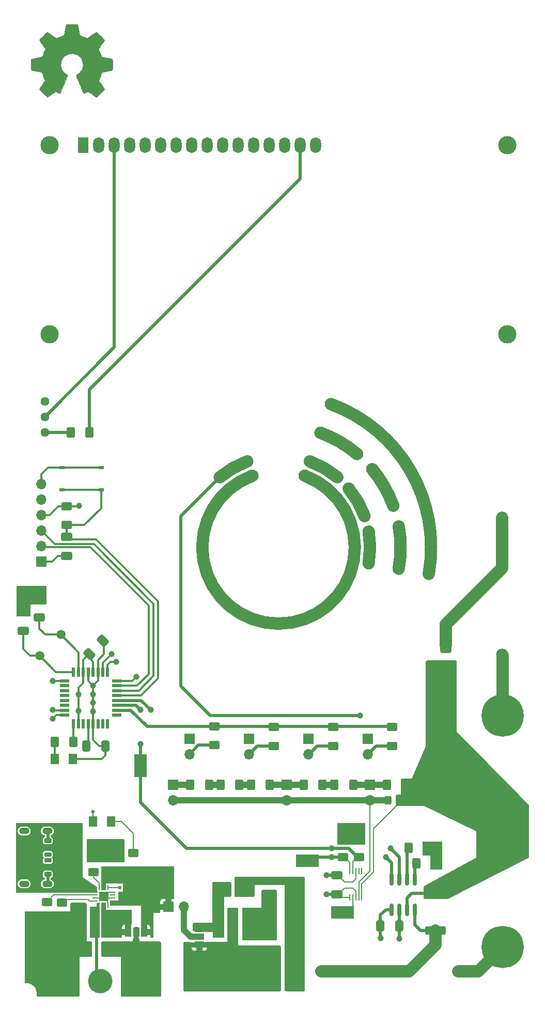
<source format=gbr>
%TF.GenerationSoftware,KiCad,Pcbnew,8.0.0*%
%TF.CreationDate,2025-03-31T17:33:55-04:00*%
%TF.ProjectId,oshe_dmm_project_v1,6f736865-5f64-46d6-9d5f-70726f6a6563,V1*%
%TF.SameCoordinates,Original*%
%TF.FileFunction,Copper,L1,Top*%
%TF.FilePolarity,Positive*%
%FSLAX46Y46*%
G04 Gerber Fmt 4.6, Leading zero omitted, Abs format (unit mm)*
G04 Created by KiCad (PCBNEW 8.0.0) date 2025-03-31 17:33:55*
%MOMM*%
%LPD*%
G01*
G04 APERTURE LIST*
G04 Aperture macros list*
%AMRoundRect*
0 Rectangle with rounded corners*
0 $1 Rounding radius*
0 $2 $3 $4 $5 $6 $7 $8 $9 X,Y pos of 4 corners*
0 Add a 4 corners polygon primitive as box body*
4,1,4,$2,$3,$4,$5,$6,$7,$8,$9,$2,$3,0*
0 Add four circle primitives for the rounded corners*
1,1,$1+$1,$2,$3*
1,1,$1+$1,$4,$5*
1,1,$1+$1,$6,$7*
1,1,$1+$1,$8,$9*
0 Add four rect primitives between the rounded corners*
20,1,$1+$1,$2,$3,$4,$5,0*
20,1,$1+$1,$4,$5,$6,$7,0*
20,1,$1+$1,$6,$7,$8,$9,0*
20,1,$1+$1,$8,$9,$2,$3,0*%
G04 Aperture macros list end*
%TA.AperFunction,Conductor*%
%ADD10C,2.000000*%
%TD*%
%TA.AperFunction,EtchedComponent*%
%ADD11C,0.010000*%
%TD*%
%TA.AperFunction,SMDPad,CuDef*%
%ADD12R,3.800000X2.000000*%
%TD*%
%TA.AperFunction,SMDPad,CuDef*%
%ADD13RoundRect,0.250000X0.625000X-0.400000X0.625000X0.400000X-0.625000X0.400000X-0.625000X-0.400000X0*%
%TD*%
%TA.AperFunction,ComponentPad*%
%ADD14C,1.440000*%
%TD*%
%TA.AperFunction,ComponentPad*%
%ADD15C,3.000000*%
%TD*%
%TA.AperFunction,ComponentPad*%
%ADD16R,1.800000X2.600000*%
%TD*%
%TA.AperFunction,ComponentPad*%
%ADD17O,1.800000X2.600000*%
%TD*%
%TA.AperFunction,SMDPad,CuDef*%
%ADD18RoundRect,0.250000X0.412500X0.650000X-0.412500X0.650000X-0.412500X-0.650000X0.412500X-0.650000X0*%
%TD*%
%TA.AperFunction,SMDPad,CuDef*%
%ADD19RoundRect,0.250000X0.325000X0.450000X-0.325000X0.450000X-0.325000X-0.450000X0.325000X-0.450000X0*%
%TD*%
%TA.AperFunction,SMDPad,CuDef*%
%ADD20RoundRect,0.250000X0.650000X-0.412500X0.650000X0.412500X-0.650000X0.412500X-0.650000X-0.412500X0*%
%TD*%
%TA.AperFunction,SMDPad,CuDef*%
%ADD21RoundRect,0.250000X-0.400000X-0.625000X0.400000X-0.625000X0.400000X0.625000X-0.400000X0.625000X0*%
%TD*%
%TA.AperFunction,SMDPad,CuDef*%
%ADD22RoundRect,0.250000X0.400000X0.625000X-0.400000X0.625000X-0.400000X-0.625000X0.400000X-0.625000X0*%
%TD*%
%TA.AperFunction,ComponentPad*%
%ADD23C,1.980000*%
%TD*%
%TA.AperFunction,SMDPad,CuDef*%
%ADD24R,0.250000X1.100000*%
%TD*%
%TA.AperFunction,SMDPad,CuDef*%
%ADD25R,0.550000X1.600000*%
%TD*%
%TA.AperFunction,SMDPad,CuDef*%
%ADD26R,1.600000X0.550000*%
%TD*%
%TA.AperFunction,ComponentPad*%
%ADD27C,4.000000*%
%TD*%
%TA.AperFunction,SMDPad,CuDef*%
%ADD28RoundRect,0.250000X-0.650000X0.412500X-0.650000X-0.412500X0.650000X-0.412500X0.650000X0.412500X0*%
%TD*%
%TA.AperFunction,SMDPad,CuDef*%
%ADD29RoundRect,0.250000X-0.412500X-0.650000X0.412500X-0.650000X0.412500X0.650000X-0.412500X0.650000X0*%
%TD*%
%TA.AperFunction,SMDPad,CuDef*%
%ADD30RoundRect,0.175000X-0.425000X0.175000X-0.425000X-0.175000X0.425000X-0.175000X0.425000X0.175000X0*%
%TD*%
%TA.AperFunction,SMDPad,CuDef*%
%ADD31RoundRect,0.190000X0.410000X-0.190000X0.410000X0.190000X-0.410000X0.190000X-0.410000X-0.190000X0*%
%TD*%
%TA.AperFunction,SMDPad,CuDef*%
%ADD32RoundRect,0.200000X0.400000X-0.200000X0.400000X0.200000X-0.400000X0.200000X-0.400000X-0.200000X0*%
%TD*%
%TA.AperFunction,SMDPad,CuDef*%
%ADD33RoundRect,0.175000X0.425000X-0.175000X0.425000X0.175000X-0.425000X0.175000X-0.425000X-0.175000X0*%
%TD*%
%TA.AperFunction,SMDPad,CuDef*%
%ADD34RoundRect,0.190000X-0.410000X0.190000X-0.410000X-0.190000X0.410000X-0.190000X0.410000X0.190000X0*%
%TD*%
%TA.AperFunction,SMDPad,CuDef*%
%ADD35RoundRect,0.200000X-0.400000X0.200000X-0.400000X-0.200000X0.400000X-0.200000X0.400000X0.200000X0*%
%TD*%
%TA.AperFunction,ComponentPad*%
%ADD36O,1.700000X1.100000*%
%TD*%
%TA.AperFunction,ComponentPad*%
%ADD37R,1.700000X1.700000*%
%TD*%
%TA.AperFunction,ComponentPad*%
%ADD38O,1.700000X1.700000*%
%TD*%
%TA.AperFunction,SMDPad,CuDef*%
%ADD39RoundRect,0.250000X-0.650000X1.000000X-0.650000X-1.000000X0.650000X-1.000000X0.650000X1.000000X0*%
%TD*%
%TA.AperFunction,SMDPad,CuDef*%
%ADD40R,2.000000X3.800000*%
%TD*%
%TA.AperFunction,SMDPad,CuDef*%
%ADD41RoundRect,0.150000X-0.150000X0.825000X-0.150000X-0.825000X0.150000X-0.825000X0.150000X0.825000X0*%
%TD*%
%TA.AperFunction,SMDPad,CuDef*%
%ADD42RoundRect,0.250000X-0.625000X0.400000X-0.625000X-0.400000X0.625000X-0.400000X0.625000X0.400000X0*%
%TD*%
%TA.AperFunction,SMDPad,CuDef*%
%ADD43RoundRect,0.250000X0.167938X-0.751301X0.751301X-0.167938X-0.167938X0.751301X-0.751301X0.167938X0*%
%TD*%
%TA.AperFunction,ComponentPad*%
%ADD44C,6.918200*%
%TD*%
%TA.AperFunction,SMDPad,CuDef*%
%ADD45RoundRect,0.250000X-1.050000X-0.550000X1.050000X-0.550000X1.050000X0.550000X-1.050000X0.550000X0*%
%TD*%
%TA.AperFunction,ComponentPad*%
%ADD46C,1.500000*%
%TD*%
%TA.AperFunction,SMDPad,CuDef*%
%ADD47RoundRect,0.250001X-0.462499X-0.624999X0.462499X-0.624999X0.462499X0.624999X-0.462499X0.624999X0*%
%TD*%
%TA.AperFunction,SMDPad,CuDef*%
%ADD48R,1.500000X1.000000*%
%TD*%
%TA.AperFunction,SMDPad,CuDef*%
%ADD49RoundRect,0.375000X-0.375000X0.625000X-0.375000X-0.625000X0.375000X-0.625000X0.375000X0.625000X0*%
%TD*%
%TA.AperFunction,SMDPad,CuDef*%
%ADD50RoundRect,0.500000X-1.400000X0.500000X-1.400000X-0.500000X1.400000X-0.500000X1.400000X0.500000X0*%
%TD*%
%TA.AperFunction,SMDPad,CuDef*%
%ADD51RoundRect,0.249999X1.425001X-0.450001X1.425001X0.450001X-1.425001X0.450001X-1.425001X-0.450001X0*%
%TD*%
%TA.AperFunction,SMDPad,CuDef*%
%ADD52RoundRect,0.250000X0.650000X-1.000000X0.650000X1.000000X-0.650000X1.000000X-0.650000X-1.000000X0*%
%TD*%
%TA.AperFunction,SMDPad,CuDef*%
%ADD53RoundRect,0.250001X0.462499X0.624999X-0.462499X0.624999X-0.462499X-0.624999X0.462499X-0.624999X0*%
%TD*%
%TA.AperFunction,SMDPad,CuDef*%
%ADD54R,1.000000X1.500000*%
%TD*%
%TA.AperFunction,SMDPad,CuDef*%
%ADD55RoundRect,0.062500X0.062500X-0.375000X0.062500X0.375000X-0.062500X0.375000X-0.062500X-0.375000X0*%
%TD*%
%TA.AperFunction,SMDPad,CuDef*%
%ADD56RoundRect,0.062500X0.375000X-0.062500X0.375000X0.062500X-0.375000X0.062500X-0.375000X-0.062500X0*%
%TD*%
%TA.AperFunction,HeatsinkPad*%
%ADD57R,1.600000X1.600000*%
%TD*%
%TA.AperFunction,SMDPad,CuDef*%
%ADD58R,0.952500X0.558800*%
%TD*%
%TA.AperFunction,ViaPad*%
%ADD59C,1.000000*%
%TD*%
%TA.AperFunction,ViaPad*%
%ADD60C,0.600000*%
%TD*%
%TA.AperFunction,Conductor*%
%ADD61C,0.300000*%
%TD*%
%TA.AperFunction,Conductor*%
%ADD62C,0.200000*%
%TD*%
%TA.AperFunction,Conductor*%
%ADD63C,0.500000*%
%TD*%
%TA.AperFunction,Conductor*%
%ADD64C,1.000000*%
%TD*%
G04 APERTURE END LIST*
D10*
%TO.N,Net-(J10-Pin_2)*%
X175981284Y-142436923D02*
G75*
G02*
X178587194Y-146952663I-11491284J-9641077D01*
G01*
%TO.N,Net-(J8-Pin_2)*%
X169612907Y-137979922D02*
G75*
G02*
X174125374Y-140581933I-5122907J-14098078D01*
G01*
%TO.N,Net-(J13-Pin_2)*%
X154847450Y-140587954D02*
G75*
G02*
X159363042Y-137981396I9642550J-11490046D01*
G01*
%TO.N,2V_Rang*%
X171355591Y-133293334D02*
G75*
G02*
X177369640Y-136777187I-6865591J-18784666D01*
G01*
%TO.N,200V_Rang*%
X184191459Y-148635270D02*
G75*
G02*
X184181344Y-155578124I-19701459J-3442730D01*
G01*
%TO.N,20V_Rang*%
X179834186Y-139250063D02*
G75*
G02*
X183291804Y-145259484I-15344186J-12827937D01*
G01*
%TO.N,+5V*%
X168757757Y-140329116D02*
G75*
G02*
X160210970Y-140333217I-4267757J-11748884D01*
G01*
%TO.N,Net-(J12-Pin_2)*%
X179264323Y-149485840D02*
G75*
G02*
X179260853Y-154689859I-14774323J-2592160D01*
G01*
%TO.N,V_ADC_Input*%
X173063852Y-128594198D02*
G75*
G02*
X189107233Y-156435951I-8573852J-23483802D01*
G01*
D11*
%TD*%
%TO.C,REF\u002A\u002A*%
X131700803Y-67222640D02*
X131869676Y-68118427D01*
X132492796Y-68375298D01*
X133115916Y-68632168D01*
X133863453Y-68123849D01*
X134072802Y-67982316D01*
X134262043Y-67855945D01*
X134422343Y-67750507D01*
X134544874Y-67671770D01*
X134620802Y-67625505D01*
X134641480Y-67615529D01*
X134678731Y-67641186D01*
X134758332Y-67712115D01*
X134871361Y-67819257D01*
X135008895Y-67953550D01*
X135162012Y-68105934D01*
X135321789Y-68267347D01*
X135479305Y-68428730D01*
X135625637Y-68581022D01*
X135751863Y-68715162D01*
X135849060Y-68822089D01*
X135908307Y-68892742D01*
X135922471Y-68916388D01*
X135902087Y-68959979D01*
X135844941Y-69055481D01*
X135757041Y-69193550D01*
X135644396Y-69364845D01*
X135513013Y-69560025D01*
X135436882Y-69671352D01*
X135298118Y-69874633D01*
X135174811Y-70058073D01*
X135072945Y-70212542D01*
X134998501Y-70328909D01*
X134957461Y-70398042D01*
X134951294Y-70412570D01*
X134965274Y-70453860D01*
X135003382Y-70550092D01*
X135059867Y-70687734D01*
X135128980Y-70853258D01*
X135204970Y-71033132D01*
X135282089Y-71213828D01*
X135354585Y-71381814D01*
X135416709Y-71523560D01*
X135462712Y-71625537D01*
X135486843Y-71674214D01*
X135488267Y-71676130D01*
X135526158Y-71685425D01*
X135627069Y-71706160D01*
X135780540Y-71736298D01*
X135976112Y-71773801D01*
X136203325Y-71816629D01*
X136335891Y-71841326D01*
X136578679Y-71887553D01*
X136797974Y-71931540D01*
X136982681Y-71970881D01*
X137121705Y-72003169D01*
X137203952Y-72025997D01*
X137220485Y-72033240D01*
X137236678Y-72082261D01*
X137249744Y-72192977D01*
X137259691Y-72352438D01*
X137266528Y-72547700D01*
X137270264Y-72765814D01*
X137270907Y-72993835D01*
X137268468Y-73218815D01*
X137262953Y-73427809D01*
X137254374Y-73607868D01*
X137242737Y-73746047D01*
X137228052Y-73829398D01*
X137219245Y-73846750D01*
X137166599Y-73867548D01*
X137055043Y-73897282D01*
X136899335Y-73932459D01*
X136714229Y-73969586D01*
X136649613Y-73981597D01*
X136338071Y-74038662D01*
X136091976Y-74084618D01*
X135903195Y-74121293D01*
X135763598Y-74150513D01*
X135665052Y-74174104D01*
X135599426Y-74193892D01*
X135558589Y-74211706D01*
X135534409Y-74229370D01*
X135531026Y-74232861D01*
X135497255Y-74289100D01*
X135445737Y-74398547D01*
X135381617Y-74547800D01*
X135310039Y-74723459D01*
X135236146Y-74912121D01*
X135165083Y-75100385D01*
X135101993Y-75274848D01*
X135052021Y-75422108D01*
X135020312Y-75528764D01*
X135012008Y-75581413D01*
X135012700Y-75583257D01*
X135040836Y-75626292D01*
X135104665Y-75720978D01*
X135197480Y-75857460D01*
X135312573Y-76025882D01*
X135443237Y-76216390D01*
X135480448Y-76270529D01*
X135613129Y-76466804D01*
X135729883Y-76645886D01*
X135824349Y-76797492D01*
X135890168Y-76911338D01*
X135920978Y-76977141D01*
X135922471Y-76985225D01*
X135896584Y-77027715D01*
X135825054Y-77111891D01*
X135717076Y-77228705D01*
X135581846Y-77369110D01*
X135428558Y-77524061D01*
X135266409Y-77684509D01*
X135104593Y-77841409D01*
X134952306Y-77985713D01*
X134818743Y-78108376D01*
X134713100Y-78200350D01*
X134644572Y-78252589D01*
X134625614Y-78261118D01*
X134581487Y-78241029D01*
X134491142Y-78186849D01*
X134369295Y-78107704D01*
X134275546Y-78044001D01*
X134105678Y-77927110D01*
X133904512Y-77789476D01*
X133702733Y-77652063D01*
X133594250Y-77578519D01*
X133227058Y-77330155D01*
X132918826Y-77496813D01*
X132778404Y-77569822D01*
X132658996Y-77626571D01*
X132578202Y-77658937D01*
X132557636Y-77663441D01*
X132532906Y-77630189D01*
X132484118Y-77536224D01*
X132414913Y-77390213D01*
X132328935Y-77200824D01*
X132229824Y-76976724D01*
X132121224Y-76726581D01*
X132006775Y-76459063D01*
X131890120Y-76182836D01*
X131774901Y-75906568D01*
X131664760Y-75638927D01*
X131563339Y-75388580D01*
X131474280Y-75164195D01*
X131401225Y-74974439D01*
X131347816Y-74827980D01*
X131317695Y-74733485D01*
X131312851Y-74701031D01*
X131351245Y-74659636D01*
X131435308Y-74592438D01*
X131547467Y-74513400D01*
X131556881Y-74507147D01*
X131846768Y-74275103D01*
X132080512Y-74004386D01*
X132256087Y-73703653D01*
X132371469Y-73381561D01*
X132424630Y-73046765D01*
X132413547Y-72707922D01*
X132336192Y-72373688D01*
X132190540Y-72052719D01*
X132147688Y-71982495D01*
X131924802Y-71698927D01*
X131661491Y-71471218D01*
X131366865Y-71300551D01*
X131050041Y-71188112D01*
X130720130Y-71135083D01*
X130386246Y-71142651D01*
X130057503Y-71211998D01*
X129743014Y-71344309D01*
X129451893Y-71540768D01*
X129361840Y-71620506D01*
X129132653Y-71870108D01*
X128965646Y-72132868D01*
X128851085Y-72427399D01*
X128787281Y-72719075D01*
X128771530Y-73047012D01*
X128824051Y-73376577D01*
X128939510Y-73696630D01*
X129112571Y-73996032D01*
X129337899Y-74263643D01*
X129610160Y-74488325D01*
X129645942Y-74512008D01*
X129759302Y-74589568D01*
X129845478Y-74656768D01*
X129886677Y-74699675D01*
X129887276Y-74701031D01*
X129878431Y-74747446D01*
X129843369Y-74852786D01*
X129785733Y-75008388D01*
X129709166Y-75205584D01*
X129617314Y-75435710D01*
X129513817Y-75690101D01*
X129402321Y-75960090D01*
X129286468Y-76237012D01*
X129169903Y-76512201D01*
X129056267Y-76776993D01*
X128949206Y-77022721D01*
X128852362Y-77240721D01*
X128769379Y-77422326D01*
X128703901Y-77558871D01*
X128659569Y-77641690D01*
X128641717Y-77663441D01*
X128587166Y-77646504D01*
X128485095Y-77601077D01*
X128353105Y-77535280D01*
X128280526Y-77496813D01*
X127972295Y-77330155D01*
X127605103Y-77578519D01*
X127417660Y-77705754D01*
X127212443Y-77845773D01*
X127020133Y-77977612D01*
X126923807Y-78044001D01*
X126788327Y-78134976D01*
X126673607Y-78207071D01*
X126594612Y-78251154D01*
X126568954Y-78260473D01*
X126531609Y-78235334D01*
X126448958Y-78165154D01*
X126329015Y-78057220D01*
X126179791Y-77918818D01*
X126009301Y-77757235D01*
X125901474Y-77653488D01*
X125712828Y-77468135D01*
X125549795Y-77302351D01*
X125418968Y-77163227D01*
X125326935Y-77057856D01*
X125280287Y-76993329D01*
X125275812Y-76980234D01*
X125296580Y-76930425D01*
X125353969Y-76829713D01*
X125441613Y-76688295D01*
X125553146Y-76516367D01*
X125682203Y-76324124D01*
X125718904Y-76270529D01*
X125852632Y-76075733D01*
X125972607Y-75900353D01*
X126072121Y-75754243D01*
X126144467Y-75647258D01*
X126182936Y-75589255D01*
X126186653Y-75583257D01*
X126181095Y-75537032D01*
X126151593Y-75435398D01*
X126103291Y-75291758D01*
X126041333Y-75119514D01*
X125970863Y-74932066D01*
X125897025Y-74742818D01*
X125824963Y-74565171D01*
X125759822Y-74412527D01*
X125706745Y-74298288D01*
X125670877Y-74235856D01*
X125668327Y-74232861D01*
X125646394Y-74215019D01*
X125609348Y-74197374D01*
X125549059Y-74178101D01*
X125457396Y-74155374D01*
X125326226Y-74127364D01*
X125147418Y-74092247D01*
X124912842Y-74048195D01*
X124614365Y-73993382D01*
X124549740Y-73981597D01*
X124358206Y-73944591D01*
X124191231Y-73908389D01*
X124063568Y-73876485D01*
X123989976Y-73852372D01*
X123980108Y-73846750D01*
X123963847Y-73796910D01*
X123950630Y-73685532D01*
X123940464Y-73525563D01*
X123933360Y-73329950D01*
X123929326Y-73111640D01*
X123928370Y-72883579D01*
X123930502Y-72658714D01*
X123935731Y-72449991D01*
X123944065Y-72270358D01*
X123955513Y-72132762D01*
X123970084Y-72050148D01*
X123978868Y-72033240D01*
X124027770Y-72016184D01*
X124139127Y-71988436D01*
X124301844Y-71952403D01*
X124504826Y-71910493D01*
X124736979Y-71865111D01*
X124863462Y-71841326D01*
X125103445Y-71796465D01*
X125317451Y-71755825D01*
X125495022Y-71721446D01*
X125625698Y-71695365D01*
X125699018Y-71679621D01*
X125711085Y-71676130D01*
X125731481Y-71636779D01*
X125774594Y-71541993D01*
X125834679Y-71405315D01*
X125905987Y-71240286D01*
X125982773Y-71060447D01*
X126059290Y-70879340D01*
X126129790Y-70710507D01*
X126188527Y-70567488D01*
X126229754Y-70463826D01*
X126247724Y-70413061D01*
X126248059Y-70410842D01*
X126227687Y-70370796D01*
X126170573Y-70278639D01*
X126082721Y-70143533D01*
X125970133Y-69974635D01*
X125838811Y-69781105D01*
X125762471Y-69669941D01*
X125623364Y-69466116D01*
X125499812Y-69281063D01*
X125397842Y-69124146D01*
X125323483Y-69004724D01*
X125282763Y-68932160D01*
X125276882Y-68915893D01*
X125302163Y-68878030D01*
X125372052Y-68797186D01*
X125477623Y-68682419D01*
X125609948Y-68542785D01*
X125760099Y-68387342D01*
X125919148Y-68225146D01*
X126078167Y-68065254D01*
X126228229Y-67916724D01*
X126360406Y-67788613D01*
X126465770Y-67689977D01*
X126535393Y-67629873D01*
X126558685Y-67615529D01*
X126596610Y-67635699D01*
X126687317Y-67692363D01*
X126821989Y-67779753D01*
X126991805Y-67892100D01*
X127187946Y-68023638D01*
X127335900Y-68123849D01*
X128083436Y-68632168D01*
X128706556Y-68375298D01*
X129329676Y-68118427D01*
X129667424Y-66326853D01*
X131531929Y-66326853D01*
X131700803Y-67222640D01*
%TA.AperFunction,EtchedComponent*%
%TO.C,REF\u002A\u002A*%
G36*
X131700803Y-67222640D02*
G01*
X131869676Y-68118427D01*
X132492796Y-68375298D01*
X133115916Y-68632168D01*
X133863453Y-68123849D01*
X134072802Y-67982316D01*
X134262043Y-67855945D01*
X134422343Y-67750507D01*
X134544874Y-67671770D01*
X134620802Y-67625505D01*
X134641480Y-67615529D01*
X134678731Y-67641186D01*
X134758332Y-67712115D01*
X134871361Y-67819257D01*
X135008895Y-67953550D01*
X135162012Y-68105934D01*
X135321789Y-68267347D01*
X135479305Y-68428730D01*
X135625637Y-68581022D01*
X135751863Y-68715162D01*
X135849060Y-68822089D01*
X135908307Y-68892742D01*
X135922471Y-68916388D01*
X135902087Y-68959979D01*
X135844941Y-69055481D01*
X135757041Y-69193550D01*
X135644396Y-69364845D01*
X135513013Y-69560025D01*
X135436882Y-69671352D01*
X135298118Y-69874633D01*
X135174811Y-70058073D01*
X135072945Y-70212542D01*
X134998501Y-70328909D01*
X134957461Y-70398042D01*
X134951294Y-70412570D01*
X134965274Y-70453860D01*
X135003382Y-70550092D01*
X135059867Y-70687734D01*
X135128980Y-70853258D01*
X135204970Y-71033132D01*
X135282089Y-71213828D01*
X135354585Y-71381814D01*
X135416709Y-71523560D01*
X135462712Y-71625537D01*
X135486843Y-71674214D01*
X135488267Y-71676130D01*
X135526158Y-71685425D01*
X135627069Y-71706160D01*
X135780540Y-71736298D01*
X135976112Y-71773801D01*
X136203325Y-71816629D01*
X136335891Y-71841326D01*
X136578679Y-71887553D01*
X136797974Y-71931540D01*
X136982681Y-71970881D01*
X137121705Y-72003169D01*
X137203952Y-72025997D01*
X137220485Y-72033240D01*
X137236678Y-72082261D01*
X137249744Y-72192977D01*
X137259691Y-72352438D01*
X137266528Y-72547700D01*
X137270264Y-72765814D01*
X137270907Y-72993835D01*
X137268468Y-73218815D01*
X137262953Y-73427809D01*
X137254374Y-73607868D01*
X137242737Y-73746047D01*
X137228052Y-73829398D01*
X137219245Y-73846750D01*
X137166599Y-73867548D01*
X137055043Y-73897282D01*
X136899335Y-73932459D01*
X136714229Y-73969586D01*
X136649613Y-73981597D01*
X136338071Y-74038662D01*
X136091976Y-74084618D01*
X135903195Y-74121293D01*
X135763598Y-74150513D01*
X135665052Y-74174104D01*
X135599426Y-74193892D01*
X135558589Y-74211706D01*
X135534409Y-74229370D01*
X135531026Y-74232861D01*
X135497255Y-74289100D01*
X135445737Y-74398547D01*
X135381617Y-74547800D01*
X135310039Y-74723459D01*
X135236146Y-74912121D01*
X135165083Y-75100385D01*
X135101993Y-75274848D01*
X135052021Y-75422108D01*
X135020312Y-75528764D01*
X135012008Y-75581413D01*
X135012700Y-75583257D01*
X135040836Y-75626292D01*
X135104665Y-75720978D01*
X135197480Y-75857460D01*
X135312573Y-76025882D01*
X135443237Y-76216390D01*
X135480448Y-76270529D01*
X135613129Y-76466804D01*
X135729883Y-76645886D01*
X135824349Y-76797492D01*
X135890168Y-76911338D01*
X135920978Y-76977141D01*
X135922471Y-76985225D01*
X135896584Y-77027715D01*
X135825054Y-77111891D01*
X135717076Y-77228705D01*
X135581846Y-77369110D01*
X135428558Y-77524061D01*
X135266409Y-77684509D01*
X135104593Y-77841409D01*
X134952306Y-77985713D01*
X134818743Y-78108376D01*
X134713100Y-78200350D01*
X134644572Y-78252589D01*
X134625614Y-78261118D01*
X134581487Y-78241029D01*
X134491142Y-78186849D01*
X134369295Y-78107704D01*
X134275546Y-78044001D01*
X134105678Y-77927110D01*
X133904512Y-77789476D01*
X133702733Y-77652063D01*
X133594250Y-77578519D01*
X133227058Y-77330155D01*
X132918826Y-77496813D01*
X132778404Y-77569822D01*
X132658996Y-77626571D01*
X132578202Y-77658937D01*
X132557636Y-77663441D01*
X132532906Y-77630189D01*
X132484118Y-77536224D01*
X132414913Y-77390213D01*
X132328935Y-77200824D01*
X132229824Y-76976724D01*
X132121224Y-76726581D01*
X132006775Y-76459063D01*
X131890120Y-76182836D01*
X131774901Y-75906568D01*
X131664760Y-75638927D01*
X131563339Y-75388580D01*
X131474280Y-75164195D01*
X131401225Y-74974439D01*
X131347816Y-74827980D01*
X131317695Y-74733485D01*
X131312851Y-74701031D01*
X131351245Y-74659636D01*
X131435308Y-74592438D01*
X131547467Y-74513400D01*
X131556881Y-74507147D01*
X131846768Y-74275103D01*
X132080512Y-74004386D01*
X132256087Y-73703653D01*
X132371469Y-73381561D01*
X132424630Y-73046765D01*
X132413547Y-72707922D01*
X132336192Y-72373688D01*
X132190540Y-72052719D01*
X132147688Y-71982495D01*
X131924802Y-71698927D01*
X131661491Y-71471218D01*
X131366865Y-71300551D01*
X131050041Y-71188112D01*
X130720130Y-71135083D01*
X130386246Y-71142651D01*
X130057503Y-71211998D01*
X129743014Y-71344309D01*
X129451893Y-71540768D01*
X129361840Y-71620506D01*
X129132653Y-71870108D01*
X128965646Y-72132868D01*
X128851085Y-72427399D01*
X128787281Y-72719075D01*
X128771530Y-73047012D01*
X128824051Y-73376577D01*
X128939510Y-73696630D01*
X129112571Y-73996032D01*
X129337899Y-74263643D01*
X129610160Y-74488325D01*
X129645942Y-74512008D01*
X129759302Y-74589568D01*
X129845478Y-74656768D01*
X129886677Y-74699675D01*
X129887276Y-74701031D01*
X129878431Y-74747446D01*
X129843369Y-74852786D01*
X129785733Y-75008388D01*
X129709166Y-75205584D01*
X129617314Y-75435710D01*
X129513817Y-75690101D01*
X129402321Y-75960090D01*
X129286468Y-76237012D01*
X129169903Y-76512201D01*
X129056267Y-76776993D01*
X128949206Y-77022721D01*
X128852362Y-77240721D01*
X128769379Y-77422326D01*
X128703901Y-77558871D01*
X128659569Y-77641690D01*
X128641717Y-77663441D01*
X128587166Y-77646504D01*
X128485095Y-77601077D01*
X128353105Y-77535280D01*
X128280526Y-77496813D01*
X127972295Y-77330155D01*
X127605103Y-77578519D01*
X127417660Y-77705754D01*
X127212443Y-77845773D01*
X127020133Y-77977612D01*
X126923807Y-78044001D01*
X126788327Y-78134976D01*
X126673607Y-78207071D01*
X126594612Y-78251154D01*
X126568954Y-78260473D01*
X126531609Y-78235334D01*
X126448958Y-78165154D01*
X126329015Y-78057220D01*
X126179791Y-77918818D01*
X126009301Y-77757235D01*
X125901474Y-77653488D01*
X125712828Y-77468135D01*
X125549795Y-77302351D01*
X125418968Y-77163227D01*
X125326935Y-77057856D01*
X125280287Y-76993329D01*
X125275812Y-76980234D01*
X125296580Y-76930425D01*
X125353969Y-76829713D01*
X125441613Y-76688295D01*
X125553146Y-76516367D01*
X125682203Y-76324124D01*
X125718904Y-76270529D01*
X125852632Y-76075733D01*
X125972607Y-75900353D01*
X126072121Y-75754243D01*
X126144467Y-75647258D01*
X126182936Y-75589255D01*
X126186653Y-75583257D01*
X126181095Y-75537032D01*
X126151593Y-75435398D01*
X126103291Y-75291758D01*
X126041333Y-75119514D01*
X125970863Y-74932066D01*
X125897025Y-74742818D01*
X125824963Y-74565171D01*
X125759822Y-74412527D01*
X125706745Y-74298288D01*
X125670877Y-74235856D01*
X125668327Y-74232861D01*
X125646394Y-74215019D01*
X125609348Y-74197374D01*
X125549059Y-74178101D01*
X125457396Y-74155374D01*
X125326226Y-74127364D01*
X125147418Y-74092247D01*
X124912842Y-74048195D01*
X124614365Y-73993382D01*
X124549740Y-73981597D01*
X124358206Y-73944591D01*
X124191231Y-73908389D01*
X124063568Y-73876485D01*
X123989976Y-73852372D01*
X123980108Y-73846750D01*
X123963847Y-73796910D01*
X123950630Y-73685532D01*
X123940464Y-73525563D01*
X123933360Y-73329950D01*
X123929326Y-73111640D01*
X123928370Y-72883579D01*
X123930502Y-72658714D01*
X123935731Y-72449991D01*
X123944065Y-72270358D01*
X123955513Y-72132762D01*
X123970084Y-72050148D01*
X123978868Y-72033240D01*
X124027770Y-72016184D01*
X124139127Y-71988436D01*
X124301844Y-71952403D01*
X124504826Y-71910493D01*
X124736979Y-71865111D01*
X124863462Y-71841326D01*
X125103445Y-71796465D01*
X125317451Y-71755825D01*
X125495022Y-71721446D01*
X125625698Y-71695365D01*
X125699018Y-71679621D01*
X125711085Y-71676130D01*
X125731481Y-71636779D01*
X125774594Y-71541993D01*
X125834679Y-71405315D01*
X125905987Y-71240286D01*
X125982773Y-71060447D01*
X126059290Y-70879340D01*
X126129790Y-70710507D01*
X126188527Y-70567488D01*
X126229754Y-70463826D01*
X126247724Y-70413061D01*
X126248059Y-70410842D01*
X126227687Y-70370796D01*
X126170573Y-70278639D01*
X126082721Y-70143533D01*
X125970133Y-69974635D01*
X125838811Y-69781105D01*
X125762471Y-69669941D01*
X125623364Y-69466116D01*
X125499812Y-69281063D01*
X125397842Y-69124146D01*
X125323483Y-69004724D01*
X125282763Y-68932160D01*
X125276882Y-68915893D01*
X125302163Y-68878030D01*
X125372052Y-68797186D01*
X125477623Y-68682419D01*
X125609948Y-68542785D01*
X125760099Y-68387342D01*
X125919148Y-68225146D01*
X126078167Y-68065254D01*
X126228229Y-67916724D01*
X126360406Y-67788613D01*
X126465770Y-67689977D01*
X126535393Y-67629873D01*
X126558685Y-67615529D01*
X126596610Y-67635699D01*
X126687317Y-67692363D01*
X126821989Y-67779753D01*
X126991805Y-67892100D01*
X127187946Y-68023638D01*
X127335900Y-68123849D01*
X128083436Y-68632168D01*
X128706556Y-68375298D01*
X129329676Y-68118427D01*
X129667424Y-66326853D01*
X131531929Y-66326853D01*
X131700803Y-67222640D01*
G37*
%TD.AperFunction*%
%TD*%
D12*
%TO.P,BAT1,1,1*%
%TO.N,Net-(JP1-C)*%
X142798400Y-218321200D03*
%TD*%
D13*
%TO.P,R11,1*%
%TO.N,Net-(U1-~{RESET}{slash}PC6)*%
X129729950Y-148409300D03*
%TO.P,R11,2*%
%TO.N,+5V*%
X129729950Y-145309300D03*
%TD*%
D14*
%TO.P,RV1,1,1*%
%TO.N,+5V*%
X126161400Y-133205800D03*
%TO.P,RV1,2,2*%
%TO.N,Net-(DS1-VO)*%
X126161400Y-130665800D03*
%TO.P,RV1,3,3*%
%TO.N,GND*%
X126161400Y-128125800D03*
%TD*%
D15*
%TO.P,DS1,*%
%TO.N,*%
X126990900Y-86174500D03*
X126990900Y-117175200D03*
X201989480Y-117175200D03*
X201990000Y-86174500D03*
D16*
%TO.P,DS1,1,VSS*%
%TO.N,GND*%
X132490000Y-86174500D03*
D17*
%TO.P,DS1,2,VDD*%
%TO.N,+5V*%
X135030000Y-86174500D03*
%TO.P,DS1,3,VO*%
%TO.N,Net-(DS1-VO)*%
X137570000Y-86174500D03*
%TO.P,DS1,4,RS*%
%TO.N,MISO{slash}D12*%
X140110000Y-86174500D03*
%TO.P,DS1,5,R/W*%
%TO.N,GND*%
X142650000Y-86174500D03*
%TO.P,DS1,6,E*%
%TO.N,MOSI{slash}D11*%
X145190000Y-86174500D03*
%TO.P,DS1,7,D0*%
%TO.N,unconnected-(DS1-D0-Pad7)*%
X147730000Y-86174500D03*
%TO.P,DS1,8,D1*%
%TO.N,unconnected-(DS1-D1-Pad8)*%
X150270000Y-86174500D03*
%TO.P,DS1,9,D2*%
%TO.N,unconnected-(DS1-D2-Pad9)*%
X152810000Y-86174500D03*
%TO.P,DS1,10,D3*%
%TO.N,unconnected-(DS1-D3-Pad10)*%
X155350000Y-86174500D03*
%TO.P,DS1,11,D4*%
%TO.N,D5*%
X157890000Y-86174500D03*
%TO.P,DS1,12,D5*%
%TO.N,D4*%
X160430000Y-86174500D03*
%TO.P,DS1,13,D6*%
%TO.N,D3*%
X162970000Y-86174500D03*
%TO.P,DS1,14,D7*%
%TO.N,D2*%
X165510000Y-86174500D03*
%TO.P,DS1,15,LED(+)*%
%TO.N,Net-(DS1-LED(+))*%
X168050000Y-86174500D03*
%TO.P,DS1,16,LED(-)*%
%TO.N,GND*%
X170590000Y-86174500D03*
%TD*%
D18*
%TO.P,C8,1*%
%TO.N,Net-(JP1-C)*%
X136232900Y-217940200D03*
%TO.P,C8,2*%
%TO.N,GND*%
X133107900Y-217940200D03*
%TD*%
D19*
%TO.P,D2,1,A1*%
%TO.N,Input_Negative*%
X184506800Y-193530800D03*
%TO.P,D2,2,A2*%
%TO.N,V_ADC_Input*%
X182456800Y-193530800D03*
%TD*%
D20*
%TO.P,C7,1*%
%TO.N,GND*%
X174040400Y-208961700D03*
%TO.P,C7,2*%
%TO.N,+5V*%
X174040400Y-205836700D03*
%TD*%
D21*
%TO.P,R7,1*%
%TO.N,200V_Rang*%
X182244000Y-190990800D03*
%TO.P,R7,2*%
%TO.N,Input_Negative*%
X185344000Y-190990800D03*
%TD*%
D18*
%TO.P,C1,1*%
%TO.N,GND*%
X136137500Y-184634600D03*
%TO.P,C1,2*%
%TO.N,Net-(U1-AREF)*%
X133012500Y-184634600D03*
%TD*%
D22*
%TO.P,R8,1*%
%TO.N,GND*%
X188900000Y-201289000D03*
%TO.P,R8,2*%
%TO.N,Net-(U2-A0)*%
X185800000Y-201289000D03*
%TD*%
D23*
%TO.P,F2,1*%
%TO.N,Current_Input*%
X193977200Y-221572400D03*
%TO.P,F2,2*%
%TO.N,Net-(U2-IN+)*%
X171477200Y-221572400D03*
%TD*%
D24*
%TO.P,U3,1,ADDR*%
%TO.N,GND*%
X176139200Y-209456986D03*
%TO.P,U3,2,ALERT/RDY*%
%TO.N,Net-(U3-ALERT{slash}RDY)*%
X176639200Y-209456986D03*
%TO.P,U3,3,GND*%
%TO.N,GND*%
X177139200Y-209456986D03*
%TO.P,U3,4,AIN0*%
%TO.N,V_ADC_Input*%
X177639200Y-209456986D03*
%TO.P,U3,5,AIN1*%
%TO.N,Input_Negative*%
X178139200Y-209456986D03*
%TO.P,U3,6,AIN2*%
%TO.N,unconnected-(U3-AIN2-Pad6)*%
X178139200Y-205156986D03*
%TO.P,U3,7,AIN3*%
%TO.N,unconnected-(U3-AIN3-Pad7)*%
X177639200Y-205156986D03*
%TO.P,U3,8,VDD*%
%TO.N,+5V*%
X177139200Y-205156986D03*
%TO.P,U3,9,SDA*%
%TO.N,SDA*%
X176639200Y-205156986D03*
%TO.P,U3,10,SCL*%
%TO.N,SCL*%
X176139200Y-205156986D03*
%TD*%
D25*
%TO.P,U1,1,PD3*%
%TO.N,D3*%
X136486000Y-172510600D03*
%TO.P,U1,2,PD4*%
%TO.N,D4*%
X135686000Y-172510600D03*
%TO.P,U1,3,GND*%
%TO.N,GND*%
X134886000Y-172510600D03*
%TO.P,U1,4,VCC*%
%TO.N,+5V*%
X134086000Y-172510600D03*
%TO.P,U1,5,GND*%
%TO.N,GND*%
X133286000Y-172510600D03*
%TO.P,U1,6,VCC*%
%TO.N,+5V*%
X132486000Y-172510600D03*
%TO.P,U1,7,XTAL1/PB6*%
%TO.N,Net-(U1-XTAL1{slash}PB6)*%
X131686000Y-172510600D03*
%TO.P,U1,8,XTAL2/PB7*%
%TO.N,Net-(U1-XTAL2{slash}PB7)*%
X130886000Y-172510600D03*
D26*
%TO.P,U1,9,PD5*%
%TO.N,D5*%
X129436000Y-173960600D03*
%TO.P,U1,10,PD6*%
%TO.N,D6*%
X129436000Y-174760600D03*
%TO.P,U1,11,PD7*%
%TO.N,D7*%
X129436000Y-175560600D03*
%TO.P,U1,12,PB0*%
%TO.N,D8*%
X129436000Y-176360600D03*
%TO.P,U1,13,PB1*%
%TO.N,D9*%
X129436000Y-177160600D03*
%TO.P,U1,14,PB2*%
%TO.N,D10*%
X129436000Y-177960600D03*
%TO.P,U1,15,PB3*%
%TO.N,MOSI{slash}D11*%
X129436000Y-178760600D03*
%TO.P,U1,16,PB4*%
%TO.N,MISO{slash}D12*%
X129436000Y-179560600D03*
D25*
%TO.P,U1,17,PB5*%
%TO.N,SCK{slash}D13*%
X130886000Y-181010600D03*
%TO.P,U1,18,AVCC*%
%TO.N,+5V*%
X131686000Y-181010600D03*
%TO.P,U1,19,ADC6*%
%TO.N,A6*%
X132486000Y-181010600D03*
%TO.P,U1,20,AREF*%
%TO.N,Net-(U1-AREF)*%
X133286000Y-181010600D03*
%TO.P,U1,21,GND*%
%TO.N,GND*%
X134086000Y-181010600D03*
%TO.P,U1,22,ADC7*%
%TO.N,A7*%
X134886000Y-181010600D03*
%TO.P,U1,23,PC0*%
%TO.N,A0*%
X135686000Y-181010600D03*
%TO.P,U1,24,PC1*%
%TO.N,A1*%
X136486000Y-181010600D03*
D26*
%TO.P,U1,25,PC2*%
%TO.N,A2*%
X137936000Y-179560600D03*
%TO.P,U1,26,PC3*%
%TO.N,A3*%
X137936000Y-178760600D03*
%TO.P,U1,27,PC4*%
%TO.N,SDA*%
X137936000Y-177960600D03*
%TO.P,U1,28,PC5*%
%TO.N,SCL*%
X137936000Y-177160600D03*
%TO.P,U1,29,~{RESET}/PC6*%
%TO.N,Net-(U1-~{RESET}{slash}PC6)*%
X137936000Y-176360600D03*
%TO.P,U1,30,PD0*%
%TO.N,RXD*%
X137936000Y-175560600D03*
%TO.P,U1,31,PD1*%
%TO.N,TXD*%
X137936000Y-174760600D03*
%TO.P,U1,32,PD2*%
%TO.N,D2*%
X137936000Y-173960600D03*
%TD*%
D27*
%TO.P,BAT-1,1,1*%
%TO.N,GND*%
X128447400Y-222766200D03*
%TD*%
D18*
%TO.P,C2,1*%
%TO.N,GND*%
X184315100Y-214104800D03*
%TO.P,C2,2*%
%TO.N,+5V*%
X181190100Y-214104800D03*
%TD*%
D21*
%TO.P,R4,1*%
%TO.N,Net-(R3-Pad2)*%
X159942800Y-190990800D03*
%TO.P,R4,2*%
%TO.N,20V_Rang*%
X163042800Y-190990800D03*
%TD*%
D28*
%TO.P,C9,1*%
%TO.N,USB_Power_IN*%
X131622400Y-207868700D03*
%TO.P,C9,2*%
%TO.N,GND*%
X131622400Y-210993700D03*
%TD*%
D29*
%TO.P,C12,1*%
%TO.N,Net-(D5-A)*%
X163308500Y-209482000D03*
%TO.P,C12,2*%
%TO.N,GND*%
X166433500Y-209482000D03*
%TD*%
D21*
%TO.P,R19,1*%
%TO.N,Net-(D5-A)*%
X163321000Y-212022000D03*
%TO.P,R19,2*%
%TO.N,GND*%
X166421000Y-212022000D03*
%TD*%
D30*
%TO.P,J5,A5,CC1*%
%TO.N,unconnected-(J5-CC1-PadA5)*%
X126676000Y-202378000D03*
D31*
%TO.P,J5,A9,VBUS*%
%TO.N,USB_Power_IN*%
X126676000Y-204398000D03*
D32*
%TO.P,J5,A12,GND*%
%TO.N,GND*%
X126676000Y-205628000D03*
D33*
%TO.P,J5,B5,CC2*%
%TO.N,unconnected-(J5-CC2-PadB5)*%
X126676000Y-203378000D03*
D34*
%TO.P,J5,B9,VBUS*%
%TO.N,USB_Power_IN*%
X126676000Y-201358000D03*
D35*
%TO.P,J5,B12,GND*%
%TO.N,GND*%
X126676000Y-200128000D03*
D36*
%TO.P,J5,S1,SHIELD*%
X126596000Y-198558000D03*
X122796000Y-198558000D03*
X126596000Y-207198000D03*
X122796000Y-207198000D03*
%TD*%
D27*
%TO.P,BAT+1,1,1*%
%TO.N,Net-(JP1-C)*%
X141909400Y-222766200D03*
%TD*%
D37*
%TO.P,J1,1,Pin_1*%
%TO.N,DTR*%
X125608950Y-154414800D03*
D38*
%TO.P,J1,2,Pin_2*%
%TO.N,TXD*%
X125608950Y-151874800D03*
%TO.P,J1,3,Pin_3*%
%TO.N,RXD*%
X125608950Y-149334800D03*
%TO.P,J1,4,Pin_4*%
%TO.N,+5V*%
X125608950Y-146794800D03*
%TO.P,J1,5,Pin_5*%
%TO.N,GND*%
X125608950Y-144254800D03*
%TO.P,J1,6,Pin_6*%
X125608950Y-141714800D03*
%TD*%
D39*
%TO.P,D1,1,A1*%
%TO.N,2V_Rang*%
X191922000Y-168112000D03*
%TO.P,D1,2,A2*%
%TO.N,Input_Negative*%
X191922000Y-172112000D03*
%TD*%
D28*
%TO.P,C6,1*%
%TO.N,GND*%
X122630800Y-162605900D03*
%TO.P,C6,2*%
%TO.N,Net-(U1-XTAL2{slash}PB7)*%
X122630800Y-165730900D03*
%TD*%
D37*
%TO.P,J6,1,Pin_1*%
%TO.N,9V_BAT_IN*%
X146451000Y-211006000D03*
D38*
%TO.P,J6,2,Pin_2*%
%TO.N,Net-(J6-Pin_2)*%
X148991000Y-211006000D03*
%TD*%
D40*
%TO.P,TP1,1,1*%
%TO.N,SDA*%
X141884000Y-187892000D03*
%TD*%
D37*
%TO.P,J10,1,Pin_1*%
%TO.N,+5V*%
X159634000Y-183467400D03*
D38*
%TO.P,J10,2,Pin_2*%
%TO.N,Net-(J10-Pin_2)*%
X159634000Y-186007400D03*
%TD*%
D41*
%TO.P,U2,1,A1*%
%TO.N,Net-(U2-A1)*%
X186842000Y-206499000D03*
%TO.P,U2,2,A0*%
%TO.N,Net-(U2-A0)*%
X185572000Y-206499000D03*
%TO.P,U2,3,SDA*%
%TO.N,SDA*%
X184302000Y-206499000D03*
%TO.P,U2,4,SCL*%
%TO.N,SCL*%
X183032000Y-206499000D03*
%TO.P,U2,5,VS*%
%TO.N,+5V*%
X183032000Y-211449000D03*
%TO.P,U2,6,GND*%
%TO.N,GND*%
X184302000Y-211449000D03*
%TO.P,U2,7,IN-*%
%TO.N,Input_Negative*%
X185572000Y-211449000D03*
%TO.P,U2,8,IN+*%
%TO.N,Net-(U2-IN+)*%
X186842000Y-211449000D03*
%TD*%
D42*
%TO.P,R22,1*%
%TO.N,A3*%
X153949000Y-181389000D03*
%TO.P,R22,2*%
%TO.N,Net-(J8-Pin_2)*%
X153949000Y-184489000D03*
%TD*%
D37*
%TO.P,J13,1,Pin_1*%
%TO.N,+5V*%
X179105600Y-183447000D03*
D38*
%TO.P,J13,2,Pin_2*%
%TO.N,Net-(J13-Pin_2)*%
X179105600Y-185987000D03*
%TD*%
D23*
%TO.P,F1,1*%
%TO.N,Voltage_Input*%
X201116800Y-169678000D03*
%TO.P,F1,2*%
%TO.N,2V_Rang*%
X201116800Y-147178000D03*
%TD*%
D42*
%TO.P,R16,1*%
%TO.N,Net-(U4-TMR)*%
X126542400Y-210167200D03*
%TO.P,R16,2*%
%TO.N,GND*%
X126542400Y-213267200D03*
%TD*%
D43*
%TO.P,C3,1*%
%TO.N,+5V*%
X133489346Y-169565854D03*
%TO.P,C3,2*%
%TO.N,GND*%
X135699054Y-167356146D03*
%TD*%
D42*
%TO.P,R23,1*%
%TO.N,A3*%
X163687800Y-181516000D03*
%TO.P,R23,2*%
%TO.N,Net-(J10-Pin_2)*%
X163687800Y-184616000D03*
%TD*%
D12*
%TO.P,TP3,1,1*%
%TO.N,Net-(U3-ALERT{slash}RDY)*%
X174954800Y-211869600D03*
%TD*%
D44*
%TO.P,J3,1,1*%
%TO.N,Input_Negative*%
X201193000Y-198610000D03*
%TD*%
D42*
%TO.P,R25,1*%
%TO.N,A3*%
X183118800Y-181516000D03*
%TO.P,R25,2*%
%TO.N,Net-(J13-Pin_2)*%
X183118800Y-184616000D03*
%TD*%
D12*
%TO.P,TP2,1,1*%
%TO.N,SCL*%
X169214400Y-203436800D03*
%TD*%
D45*
%TO.P,C13,1*%
%TO.N,+5V*%
X163452000Y-223579000D03*
%TO.P,C13,2*%
%TO.N,GND*%
X167052000Y-223579000D03*
%TD*%
D22*
%TO.P,R9,1*%
%TO.N,GND*%
X190170000Y-203829000D03*
%TO.P,R9,2*%
%TO.N,Net-(U2-A1)*%
X187070000Y-203829000D03*
%TD*%
D21*
%TO.P,R3,1*%
%TO.N,Net-(R2-Pad2)*%
X154964400Y-190990800D03*
%TO.P,R3,2*%
%TO.N,Net-(R3-Pad2)*%
X158064400Y-190990800D03*
%TD*%
D22*
%TO.P,R15,1*%
%TO.N,TS*%
X134315400Y-213495200D03*
%TO.P,R15,2*%
%TO.N,GND*%
X131215400Y-213495200D03*
%TD*%
D21*
%TO.P,R14,1*%
%TO.N,+5V*%
X130402600Y-133205800D03*
%TO.P,R14,2*%
%TO.N,Net-(DS1-LED(+))*%
X133502600Y-133205800D03*
%TD*%
D46*
%TO.P,Y1,1,1*%
%TO.N,Net-(U1-XTAL2{slash}PB7)*%
X125343389Y-169837812D03*
%TO.P,Y1,2,2*%
%TO.N,Net-(U1-XTAL1{slash}PB6)*%
X128794070Y-166387131D03*
%TD*%
D47*
%TO.P,D4,1,K*%
%TO.N,Net-(D4-K)*%
X134071900Y-197036000D03*
%TO.P,D4,2,A*%
%TO.N,Net-(D4-A)*%
X137046900Y-197036000D03*
%TD*%
D21*
%TO.P,R6,1*%
%TO.N,Net-(R5-Pad2)*%
X173608000Y-190990800D03*
%TO.P,R6,2*%
%TO.N,200V_Rang*%
X176708000Y-190990800D03*
%TD*%
D42*
%TO.P,R13,1*%
%TO.N,+5V*%
X177647200Y-199727800D03*
%TO.P,R13,2*%
%TO.N,SDA*%
X177647200Y-202827800D03*
%TD*%
D13*
%TO.P,R21,1*%
%TO.N,9V_BAT_IN*%
X140639400Y-205266200D03*
%TO.P,R21,2*%
%TO.N,Net-(D4-A)*%
X140639400Y-202166200D03*
%TD*%
D37*
%TO.P,J7,1,Pin_1*%
%TO.N,2V_Rang*%
X147218000Y-190990800D03*
D38*
%TO.P,J7,2,Pin_2*%
%TO.N,V_ADC_Input*%
X147218000Y-193530800D03*
%TD*%
D37*
%TO.P,J11,1,Pin_1*%
%TO.N,200V_Rang*%
X179476000Y-190990800D03*
D38*
%TO.P,J11,2,Pin_2*%
%TO.N,V_ADC_Input*%
X179476000Y-193530800D03*
%TD*%
D48*
%TO.P,JP2,1,A*%
%TO.N,+5V*%
X151485200Y-217182800D03*
%TO.P,JP2,2,C*%
%TO.N,Net-(J6-Pin_2)*%
X151485200Y-215882800D03*
%TO.P,JP2,3,B*%
%TO.N,Net-(JP2-B)*%
X151485200Y-214582800D03*
%TD*%
D28*
%TO.P,C4,1*%
%TO.N,Net-(U1-~{RESET}{slash}PC6)*%
X129729950Y-150376800D03*
%TO.P,C4,2*%
%TO.N,DTR*%
X129729950Y-153501800D03*
%TD*%
D49*
%TO.P,U5,1,ADJ*%
%TO.N,Net-(D5-A)*%
X159297000Y-214942600D03*
%TO.P,U5,2,VO*%
%TO.N,+5V*%
X156997000Y-214942600D03*
D50*
X156997000Y-221242600D03*
D49*
%TO.P,U5,3,VI*%
%TO.N,Net-(JP2-B)*%
X154697000Y-214942600D03*
%TD*%
D42*
%TO.P,R24,1*%
%TO.N,A3*%
X173416000Y-181516000D03*
%TO.P,R24,2*%
%TO.N,Net-(J12-Pin_2)*%
X173416000Y-184616000D03*
%TD*%
D51*
%TO.P,R1,1*%
%TO.N,Net-(U2-IN+)*%
X190245600Y-214868800D03*
%TO.P,R1,2*%
%TO.N,Input_Negative*%
X190245600Y-208768800D03*
%TD*%
D12*
%TO.P,BMS_Out1,1,1*%
%TO.N,9V_BAT_IN*%
X144805000Y-206053000D03*
%TD*%
D37*
%TO.P,J12,1,Pin_1*%
%TO.N,+5V*%
X169365000Y-183447000D03*
D38*
%TO.P,J12,2,Pin_2*%
%TO.N,Net-(J12-Pin_2)*%
X169365000Y-185987000D03*
%TD*%
D44*
%TO.P,J2,1,1*%
%TO.N,Voltage_Input*%
X201193000Y-179610000D03*
%TD*%
D21*
%TO.P,R2,1*%
%TO.N,2V_Rang*%
X149986000Y-190990800D03*
%TO.P,R2,2*%
%TO.N,Net-(R2-Pad2)*%
X153086000Y-190990800D03*
%TD*%
D40*
%TO.P,GND1,1,1*%
%TO.N,GND*%
X124256400Y-218702200D03*
%TD*%
D20*
%TO.P,C11,1*%
%TO.N,9V_BAT_IN*%
X136575400Y-205913700D03*
%TO.P,C11,2*%
%TO.N,GND*%
X136575400Y-202788700D03*
%TD*%
D44*
%TO.P,J4,1,1*%
%TO.N,Current_Input*%
X201193000Y-217610000D03*
%TD*%
D45*
%TO.P,C10,1*%
%TO.N,Net-(JP2-B)*%
X155197000Y-208085000D03*
%TO.P,C10,2*%
%TO.N,GND*%
X158797000Y-208085000D03*
%TD*%
D21*
%TO.P,R5,1*%
%TO.N,20V_Rang*%
X168578800Y-190990800D03*
%TO.P,R5,2*%
%TO.N,Net-(R5-Pad2)*%
X171678800Y-190990800D03*
%TD*%
D40*
%TO.P,5V1,1,1*%
%TO.N,+5V*%
X150647000Y-222156600D03*
%TD*%
D37*
%TO.P,J9,1,Pin_1*%
%TO.N,20V_Rang*%
X165810800Y-190985800D03*
D38*
%TO.P,J9,2,Pin_2*%
%TO.N,V_ADC_Input*%
X165810800Y-193525800D03*
%TD*%
D52*
%TO.P,D5,1,K*%
%TO.N,+5V*%
X162839000Y-219102000D03*
%TO.P,D5,2,A*%
%TO.N,Net-(D5-A)*%
X162839000Y-215102000D03*
%TD*%
D53*
%TO.P,D3,1,K*%
%TO.N,GND*%
X130773100Y-186723600D03*
%TO.P,D3,2,A*%
%TO.N,Net-(D3-A)*%
X127798100Y-186723600D03*
%TD*%
D54*
%TO.P,JP1,1,A*%
%TO.N,BMS_BAT_IN*%
X139847400Y-215146200D03*
%TO.P,JP1,2,C*%
%TO.N,Net-(JP1-C)*%
X141147400Y-215146200D03*
%TO.P,JP1,3,B*%
%TO.N,9V_BAT_IN*%
X142447400Y-215146200D03*
%TD*%
D21*
%TO.P,R10,1*%
%TO.N,Net-(D3-A)*%
X127786400Y-183980400D03*
%TO.P,R10,2*%
%TO.N,SCK{slash}D13*%
X130886400Y-183980400D03*
%TD*%
D20*
%TO.P,C5,1*%
%TO.N,Net-(U1-XTAL1{slash}PB6)*%
X125297800Y-163571900D03*
%TO.P,C5,2*%
%TO.N,GND*%
X125297800Y-160446900D03*
%TD*%
D42*
%TO.P,R18,1*%
%TO.N,/R-ISET*%
X128955400Y-210294200D03*
%TO.P,R18,2*%
%TO.N,GND*%
X128955400Y-213394200D03*
%TD*%
%TO.P,R12,1*%
%TO.N,+5V*%
X175056400Y-199727800D03*
%TO.P,R12,2*%
%TO.N,SCL*%
X175056400Y-202827800D03*
%TD*%
D13*
%TO.P,R17,1*%
%TO.N,/R-ILIM*%
X134162400Y-205317000D03*
%TO.P,R17,2*%
%TO.N,GND*%
X134162400Y-202217000D03*
%TD*%
D21*
%TO.P,R20,1*%
%TO.N,+5V*%
X157098000Y-212276000D03*
%TO.P,R20,2*%
%TO.N,Net-(D5-A)*%
X160198000Y-212276000D03*
%TD*%
D37*
%TO.P,J8,1,Pin_1*%
%TO.N,+5V*%
X149885000Y-183442000D03*
D38*
%TO.P,J8,2,Pin_2*%
%TO.N,Net-(J8-Pin_2)*%
X149885000Y-185982000D03*
%TD*%
D27*
%TO.P,Thermistor1,1,1*%
%TO.N,TS*%
X135259400Y-223198000D03*
%TD*%
D55*
%TO.P,U4,1,TS*%
%TO.N,TS*%
X135065400Y-210743700D03*
%TO.P,U4,2,BAT*%
%TO.N,BMS_BAT_IN*%
X135565400Y-210743700D03*
%TO.P,U4,3,BAT*%
X136065400Y-210743700D03*
%TO.P,U4,4,~{CE}*%
%TO.N,GND*%
X136565400Y-210743700D03*
D56*
%TO.P,U4,5,EN2*%
%TO.N,9V_BAT_IN*%
X137252900Y-210056200D03*
%TO.P,U4,6,EN1*%
%TO.N,GND*%
X137252900Y-209556200D03*
%TO.P,U4,7,~{PGOOD}*%
%TO.N,unconnected-(U4-~{PGOOD}-Pad7)*%
X137252900Y-209056200D03*
%TO.P,U4,8,VSS*%
%TO.N,GND*%
X137252900Y-208556200D03*
D55*
%TO.P,U4,9,~{CHG}*%
%TO.N,Net-(D4-K)*%
X136565400Y-207868700D03*
%TO.P,U4,10,OUT*%
%TO.N,9V_BAT_IN*%
X136065400Y-207868700D03*
%TO.P,U4,11,OUT*%
X135565400Y-207868700D03*
%TO.P,U4,12,ILIM*%
%TO.N,/R-ILIM*%
X135065400Y-207868700D03*
D56*
%TO.P,U4,13,IN*%
%TO.N,USB_Power_IN*%
X134377900Y-208556200D03*
%TO.P,U4,14,TMR*%
%TO.N,Net-(U4-TMR)*%
X134377900Y-209056200D03*
%TO.P,U4,15,SYSOFF*%
%TO.N,GND*%
X134377900Y-209556200D03*
%TO.P,U4,16,ISET*%
%TO.N,/R-ISET*%
X134377900Y-210056200D03*
D57*
%TO.P,U4,17,VSS*%
%TO.N,GND*%
X135815400Y-209306200D03*
%TD*%
D58*
%TO.P,SW1,1,1*%
%TO.N,Net-(U1-~{RESET}{slash}PC6)*%
X135394300Y-142680000D03*
%TO.P,SW1,2,2*%
X129031600Y-142680000D03*
%TO.P,SW1,3,3*%
%TO.N,GND*%
X135394300Y-138971600D03*
%TO.P,SW1,4,4*%
X129031600Y-138971600D03*
%TD*%
D59*
%TO.N,GND*%
X126923400Y-217991000D03*
X128320400Y-217991000D03*
X166649000Y-207450000D03*
D60*
X136198400Y-209685200D03*
D59*
X134067000Y-178919600D03*
X167284000Y-216467000D03*
X184302000Y-216173400D03*
D60*
X136198400Y-208923200D03*
D59*
X129717400Y-217991000D03*
X124129400Y-214892200D03*
X167284000Y-213927000D03*
X172313200Y-208974000D03*
X126923400Y-219388000D03*
X129717400Y-219388000D03*
X167284000Y-220277000D03*
X190525000Y-201543000D03*
X167284000Y-215197000D03*
X122783200Y-159545600D03*
X167284000Y-217737000D03*
X138480400Y-202573200D03*
X138480400Y-200922200D03*
X124129400Y-213495200D03*
X134067000Y-176125600D03*
X134067000Y-177522600D03*
X167284000Y-219007000D03*
X128320400Y-219388000D03*
D60*
X135436400Y-208923200D03*
X135436400Y-209685200D03*
D59*
X167919000Y-207450000D03*
X134067000Y-174728600D03*
%TO.N,+5V*%
X158267000Y-218397400D03*
X154076000Y-223680600D03*
X172313200Y-205824400D03*
X177393200Y-197975800D03*
X168757757Y-140329115D03*
X131774800Y-145296200D03*
X156616000Y-223680600D03*
X159537000Y-218397400D03*
X160210970Y-140333216D03*
X155346000Y-223680600D03*
X159156000Y-223680600D03*
X131686000Y-178900400D03*
X155727000Y-218372000D03*
X131686000Y-176131800D03*
X154330000Y-218372000D03*
X175615200Y-197975800D03*
X157886000Y-223680600D03*
X181203200Y-216122600D03*
X156997000Y-218372000D03*
%TO.N,9V_BAT_IN*%
X139979000Y-209482000D03*
X141503000Y-209482000D03*
X139979000Y-207958000D03*
X141503000Y-207958000D03*
%TO.N,2V_Rang*%
X177510000Y-136898000D03*
D60*
%TO.N,Net-(D4-K)*%
X138445900Y-207868700D03*
X134111600Y-195359600D03*
D59*
%TO.N,SDA*%
X173176800Y-201379400D03*
X141884000Y-184336000D03*
X182854200Y-201379400D03*
X141884000Y-178748000D03*
%TO.N,D5*%
X127463000Y-173960600D03*
%TO.N,MISO{slash}D12*%
X127463000Y-180125100D03*
%TO.N,D2*%
X141179000Y-173267100D03*
%TO.N,D4*%
X137108800Y-169604000D03*
%TO.N,SCL*%
X182092200Y-202801800D03*
X143535000Y-178748000D03*
X173202200Y-202827200D03*
%TO.N,MOSI{slash}D11*%
X127463000Y-178728100D03*
%TO.N,D3*%
X137877000Y-170854100D03*
%TO.N,20V_Rang*%
X183350000Y-145458000D03*
%TO.N,200V_Rang*%
X184180000Y-155678000D03*
%TO.N,V_ADC_Input*%
X173063852Y-128594197D03*
X189107234Y-156435951D03*
%TO.N,Net-(J8-Pin_2)*%
X174140000Y-140628000D03*
%TO.N,Net-(J10-Pin_2)*%
X178630000Y-146948000D03*
%TO.N,Net-(J12-Pin_2)*%
X179280000Y-154638000D03*
%TO.N,Net-(J13-Pin_2)*%
X177825000Y-179637000D03*
X154847449Y-140587953D03*
%TD*%
D61*
%TO.N,GND*%
X136137500Y-186120100D02*
X136137500Y-184634600D01*
D62*
X137202900Y-208606200D02*
X136515400Y-208606200D01*
X176139200Y-209456986D02*
X174637286Y-209456986D01*
D61*
X134086000Y-181010600D02*
X134086000Y-178938600D01*
D62*
X135565400Y-209556200D02*
X135815400Y-209306200D01*
D63*
X126676000Y-198638000D02*
X126596000Y-198558000D01*
D61*
X134886000Y-172510600D02*
X134886000Y-173909600D01*
D63*
X174040400Y-208961700D02*
X172325500Y-208961700D01*
D62*
X137252900Y-209556200D02*
X136065400Y-209556200D01*
D61*
X133286000Y-172510600D02*
X133286000Y-173947600D01*
D62*
X136465500Y-209956300D02*
X136198400Y-209689200D01*
X173493900Y-208516800D02*
X174040400Y-209063300D01*
D63*
X184315100Y-214104800D02*
X184315100Y-216160300D01*
X184315100Y-215717300D02*
X184302000Y-215730400D01*
D62*
X135699054Y-167356146D02*
X135699054Y-167356054D01*
X174637286Y-209456986D02*
X174040400Y-208860100D01*
X174306700Y-208961700D02*
X174040400Y-208961700D01*
D61*
X135864200Y-169578600D02*
X135864200Y-167699092D01*
D63*
X184302000Y-211449000D02*
X184302000Y-214091700D01*
D61*
X126701150Y-138971600D02*
X125608950Y-140063800D01*
D62*
X136065400Y-209556200D02*
X135815400Y-209306200D01*
X176631200Y-207958000D02*
X175310400Y-207958000D01*
X134377900Y-209556200D02*
X135565400Y-209556200D01*
X136565400Y-210743700D02*
X136565400Y-210306201D01*
D61*
X135534000Y-186723600D02*
X136137500Y-186120100D01*
D62*
X136198400Y-209689200D02*
X136198400Y-209685200D01*
D61*
X134086000Y-183637600D02*
X134086000Y-181010600D01*
X135864200Y-167699092D02*
X135546654Y-167381546D01*
X133286000Y-173947600D02*
X134067000Y-174728600D01*
X135394300Y-138971600D02*
X129031600Y-138971600D01*
D63*
X126676000Y-207118000D02*
X126596000Y-207198000D01*
D61*
X134067000Y-174728600D02*
X134067000Y-178919600D01*
X125989950Y-143873800D02*
X125608950Y-144254800D01*
X134067000Y-178919600D02*
X134086000Y-178938600D01*
D62*
X177139200Y-209456986D02*
X177139200Y-208466000D01*
D61*
X130773100Y-186723600D02*
X135534000Y-186723600D01*
D62*
X135436400Y-209685200D02*
X135565400Y-209556200D01*
X136465500Y-210206301D02*
X136465500Y-209956300D01*
D61*
X135083000Y-184634600D02*
X134086000Y-183637600D01*
X134886000Y-172510600D02*
X134886000Y-170556800D01*
X129031600Y-138971600D02*
X126701150Y-138971600D01*
D62*
X174306700Y-208860100D02*
X174040400Y-208860100D01*
X136194400Y-209685200D02*
X135815400Y-209306200D01*
D61*
X134886000Y-170556800D02*
X135864200Y-169578600D01*
X134886000Y-173909600D02*
X134067000Y-174728600D01*
D63*
X184302000Y-213674900D02*
X184315100Y-213661800D01*
X126676000Y-200128000D02*
X126676000Y-198638000D01*
X126676000Y-205628000D02*
X126676000Y-207118000D01*
D61*
X136518500Y-184634600D02*
X135083000Y-184634600D01*
D62*
X136198400Y-209685200D02*
X136194400Y-209685200D01*
X172325500Y-208860100D02*
X172313200Y-208872400D01*
X136198400Y-208923200D02*
X135815400Y-209306200D01*
X175310400Y-207958000D02*
X174306700Y-208961700D01*
X136565400Y-210306201D02*
X136465500Y-210206301D01*
X177139200Y-208466000D02*
X176631200Y-207958000D01*
D61*
X125608950Y-140063800D02*
X125608950Y-141714800D01*
D62*
X137252900Y-208556200D02*
X137202900Y-208606200D01*
X136515400Y-208606200D02*
X136198400Y-208923200D01*
D61*
%TO.N,Net-(U1-AREF)*%
X133286000Y-181010600D02*
X133286000Y-184527100D01*
D62*
X133286000Y-184527100D02*
X133393500Y-184634600D01*
D61*
%TO.N,+5V*%
X133133700Y-169845300D02*
X134086000Y-170797600D01*
D62*
X174255900Y-205836700D02*
X174040400Y-205836700D01*
X177139200Y-205156986D02*
X177139200Y-206383200D01*
D61*
X129729950Y-145309300D02*
X128421600Y-145309300D01*
X132486000Y-172510600D02*
X132486000Y-170493000D01*
D63*
X183032000Y-211449000D02*
X182066800Y-211449000D01*
X181190100Y-215666500D02*
X181203200Y-215679600D01*
D62*
X174040400Y-205735100D02*
X174040400Y-205938300D01*
D61*
X132486000Y-174303000D02*
X132486000Y-172510600D01*
X131686000Y-175103000D02*
X132486000Y-174303000D01*
X126936100Y-146794800D02*
X125608950Y-146794800D01*
X131686000Y-181010600D02*
X131686000Y-175103000D01*
D62*
X175310400Y-206891200D02*
X174255900Y-205836700D01*
D63*
X181190100Y-212325700D02*
X181190100Y-214104800D01*
X126161400Y-133205800D02*
X130402600Y-133205800D01*
D62*
X176631200Y-206891200D02*
X175310400Y-206891200D01*
D61*
X132486000Y-170493000D02*
X133133700Y-169845300D01*
X131761700Y-145309300D02*
X129729950Y-145309300D01*
D63*
X174040400Y-205836700D02*
X172325500Y-205836700D01*
D61*
X131774800Y-145296200D02*
X131761700Y-145309300D01*
D62*
X177139200Y-206383200D02*
X176631200Y-206891200D01*
D61*
X128421600Y-145309300D02*
X126936100Y-146794800D01*
D63*
X181190100Y-214104800D02*
X181190100Y-216109500D01*
D61*
X134086000Y-170797600D02*
X134086000Y-172510600D01*
D63*
X182066800Y-211449000D02*
X181190100Y-212325700D01*
X172325500Y-205735100D02*
X172313200Y-205722800D01*
D61*
%TO.N,Net-(U1-XTAL1{slash}PB6)*%
X131686000Y-169279061D02*
X128794070Y-166387131D01*
X128794070Y-166387131D02*
X126246531Y-166387131D01*
X126246531Y-166387131D02*
X125297800Y-165438400D01*
X125297800Y-165438400D02*
X125297800Y-163571900D01*
X131686000Y-172510600D02*
X131686000Y-169279061D01*
%TO.N,Net-(U1-XTAL2{slash}PB7)*%
X122630800Y-168740400D02*
X122630800Y-165730900D01*
X128016177Y-172510600D02*
X125343389Y-169837812D01*
X130886000Y-172510600D02*
X128016177Y-172510600D01*
X125343389Y-169837812D02*
X123728212Y-169837812D01*
X123728212Y-169837812D02*
X122630800Y-168740400D01*
%TO.N,DTR*%
X128294450Y-153501800D02*
X127381450Y-154414800D01*
X129729950Y-153501800D02*
X128294450Y-153501800D01*
X127381450Y-154414800D02*
X125608950Y-154414800D01*
%TO.N,Net-(U1-~{RESET}{slash}PC6)*%
X129031600Y-142680000D02*
X135394300Y-142680000D01*
X129729950Y-148409300D02*
X132630450Y-148409300D01*
X130084950Y-150731800D02*
X134543400Y-150731800D01*
X132630450Y-148409300D02*
X135394300Y-145645450D01*
X134543400Y-150731800D02*
X144779600Y-160968000D01*
X135394300Y-145645450D02*
X135394300Y-142680000D01*
X129729950Y-148409300D02*
X129729950Y-150376800D01*
X141960000Y-176360600D02*
X137936000Y-176360600D01*
X129729950Y-150376800D02*
X130084950Y-150731800D01*
X144779600Y-160968000D02*
X144779600Y-173541000D01*
X144779600Y-173541000D02*
X141960000Y-176360600D01*
D62*
%TO.N,Net-(JP2-B)*%
X154672000Y-214917600D02*
X154697000Y-214942600D01*
D64*
X154647000Y-214942600D02*
X154672000Y-214917600D01*
D62*
%TO.N,Net-(D4-A)*%
X137046900Y-197036000D02*
X138734400Y-197036000D01*
X140639400Y-198941000D02*
X140639400Y-202166200D01*
X138734400Y-197036000D02*
X140639400Y-198941000D01*
%TO.N,Net-(D3-A)*%
X127786400Y-186153100D02*
X127798100Y-186164800D01*
D61*
X127786400Y-183980400D02*
X127786400Y-186711900D01*
D62*
X127786400Y-186711900D02*
X127798100Y-186723600D01*
D61*
%TO.N,RXD*%
X141617000Y-175560600D02*
X137936000Y-175560600D01*
X144017600Y-173160000D02*
X141617000Y-175560600D01*
X134244800Y-151550800D02*
X144017600Y-161323600D01*
X127824950Y-151550800D02*
X134244800Y-151550800D01*
X144017600Y-161323600D02*
X144017600Y-173160000D01*
X125608950Y-149334800D02*
X127824950Y-151550800D01*
%TO.N,TXD*%
X125784950Y-152050800D02*
X133627200Y-152050800D01*
X141274000Y-174760600D02*
X137936000Y-174760600D01*
X125608950Y-151874800D02*
X125784950Y-152050800D01*
X143204800Y-172829800D02*
X141274000Y-174760600D01*
X133627200Y-152050800D02*
X143204800Y-161628400D01*
X143204800Y-161628400D02*
X143204800Y-172829800D01*
D10*
%TO.N,2V_Rang*%
X191922000Y-164676400D02*
X191922000Y-168112000D01*
X201116800Y-147178000D02*
X201116800Y-155481600D01*
D64*
X147218000Y-190990800D02*
X149986000Y-190990800D01*
D10*
X201116800Y-155481600D02*
X191922000Y-164676400D01*
D62*
%TO.N,Net-(D4-K)*%
X136565400Y-207868700D02*
X138445900Y-207868700D01*
X134071900Y-195399300D02*
X134071900Y-197036000D01*
X134111600Y-195359600D02*
X134071900Y-195399300D01*
D61*
%TO.N,SCK{slash}D13*%
X130886000Y-183980000D02*
X130886400Y-183980400D01*
X130886000Y-181010600D02*
X130886000Y-183980000D01*
X130886400Y-183980400D02*
X130886400Y-183574000D01*
D62*
%TO.N,/R-ILIM*%
X135065400Y-207868700D02*
X135065400Y-207032200D01*
X134162400Y-206129200D02*
X134162400Y-205266200D01*
X135065400Y-207032200D02*
X134162400Y-206129200D01*
%TO.N,/R-ISET*%
X134377900Y-210056200D02*
X133522400Y-210056200D01*
X133522400Y-210056200D02*
X133278400Y-209812200D01*
X133278400Y-209812200D02*
X129310400Y-209812200D01*
D63*
%TO.N,TS*%
X134670400Y-215654200D02*
X134670400Y-222609000D01*
X134670400Y-222609000D02*
X135259400Y-223198000D01*
%TO.N,SDA*%
X175945400Y-201379400D02*
X177393800Y-202827800D01*
X141884000Y-187892000D02*
X141884000Y-193835600D01*
X141096600Y-177960600D02*
X137936000Y-177960600D01*
X149427800Y-201379400D02*
X173176800Y-201379400D01*
X173176800Y-201379400D02*
X175945400Y-201379400D01*
D62*
X176639200Y-205156986D02*
X176639200Y-203581200D01*
D63*
X184302000Y-202827200D02*
X184302000Y-206499000D01*
X177393800Y-202827800D02*
X177647200Y-202827800D01*
D62*
X176639200Y-203581200D02*
X177392600Y-202827800D01*
D63*
X141884000Y-178748000D02*
X141096600Y-177960600D01*
X141884000Y-184336000D02*
X141884000Y-187892000D01*
X141884000Y-193835600D02*
X149427800Y-201379400D01*
X182854200Y-201379400D02*
X184302000Y-202827200D01*
D61*
%TO.N,D5*%
X127463000Y-173960600D02*
X129436000Y-173960600D01*
%TO.N,MISO{slash}D12*%
X127463000Y-180125100D02*
X128027500Y-179560600D01*
X128027500Y-179560600D02*
X129436000Y-179560600D01*
%TO.N,D2*%
X140485500Y-173960600D02*
X137936000Y-173960600D01*
X141179000Y-173267100D02*
X140485500Y-173960600D01*
%TO.N,D4*%
X137108800Y-169604000D02*
X135686000Y-171026800D01*
X135686000Y-171026800D02*
X135686000Y-172510600D01*
D62*
%TO.N,SCL*%
X175260200Y-202827800D02*
X176139200Y-203706800D01*
D63*
X173202200Y-202827200D02*
X175106600Y-202827200D01*
X173202200Y-202827200D02*
X169824000Y-202827200D01*
X183032000Y-203741600D02*
X183032000Y-206499000D01*
D62*
X175107200Y-202827800D02*
X175260200Y-202827800D01*
D63*
X175106600Y-202827200D02*
X175107200Y-202827800D01*
D62*
X176139200Y-203706800D02*
X176139200Y-205156986D01*
D63*
X169824000Y-202827200D02*
X169214400Y-203436800D01*
X137936000Y-177160600D02*
X141947600Y-177160600D01*
X182092200Y-202801800D02*
X183032000Y-203741600D01*
X141947600Y-177160600D02*
X143535000Y-178748000D01*
D61*
%TO.N,MOSI{slash}D11*%
X127463000Y-178728100D02*
X127495500Y-178760600D01*
X127495500Y-178760600D02*
X129436000Y-178760600D01*
D63*
%TO.N,A3*%
X163662400Y-181389000D02*
X154112000Y-181389000D01*
X142878400Y-181368000D02*
X140271000Y-178760600D01*
X154112000Y-181389000D02*
X142899400Y-181389000D01*
X163662400Y-181389000D02*
X182991800Y-181389000D01*
X142899400Y-181389000D02*
X142878400Y-181368000D01*
X182991800Y-181389000D02*
X183118800Y-181516000D01*
X140271000Y-178760600D02*
X137936000Y-178760600D01*
D61*
%TO.N,D3*%
X136486000Y-172510600D02*
X136486000Y-171319000D01*
X136950900Y-170854100D02*
X137877000Y-170854100D01*
X136486000Y-171319000D02*
X136950900Y-170854100D01*
D63*
%TO.N,Net-(U2-A0)*%
X185572000Y-201517000D02*
X185572000Y-206499000D01*
D62*
%TO.N,Net-(U2-A1)*%
X187070000Y-203386000D02*
X187070000Y-203640000D01*
D63*
X186842000Y-206499000D02*
X186842000Y-204057000D01*
D62*
%TO.N,Net-(U4-TMR)*%
X134377900Y-209056200D02*
X127653400Y-209056200D01*
X127653400Y-209056200D02*
X126542400Y-210167200D01*
%TO.N,Net-(U3-ALERT{slash}RDY)*%
X176639200Y-209456986D02*
X176639200Y-211869600D01*
X176639200Y-211869600D02*
X174954800Y-211869600D01*
D63*
%TO.N,Net-(DS1-VO)*%
X137570000Y-119257200D02*
X137570000Y-86174500D01*
X126161400Y-130665800D02*
X137570000Y-119257200D01*
%TO.N,Net-(DS1-LED(+))*%
X168050000Y-91698200D02*
X168050000Y-86174500D01*
X133502600Y-126245600D02*
X168050000Y-91698200D01*
X133502600Y-133205800D02*
X133502600Y-126245600D01*
%TO.N,Net-(U2-IN+)*%
X186842000Y-213952400D02*
X187758400Y-214868800D01*
D10*
X190245600Y-217203600D02*
X190245600Y-214868800D01*
X185876800Y-221572400D02*
X190245600Y-217203600D01*
X171477200Y-221572400D02*
X185876800Y-221572400D01*
D63*
X187758400Y-214868800D02*
X190245600Y-214868800D01*
X186842000Y-211449000D02*
X186842000Y-213952400D01*
D64*
%TO.N,Net-(J6-Pin_2)*%
X150062800Y-215882800D02*
X148991000Y-214811000D01*
X148991000Y-214811000D02*
X148991000Y-211006000D01*
X151485200Y-215882800D02*
X150062800Y-215882800D01*
D63*
%TO.N,20V_Rang*%
X168573800Y-190985800D02*
X168578800Y-190990800D01*
D64*
X165810800Y-190985800D02*
X168573800Y-190985800D01*
X165810800Y-190985800D02*
X163047800Y-190985800D01*
D63*
X163047800Y-190985800D02*
X163042800Y-190990800D01*
D62*
%TO.N,Input_Negative*%
X184506800Y-193530800D02*
X184506800Y-193681600D01*
X180034800Y-198153600D02*
X180034800Y-205316400D01*
X178139200Y-207212000D02*
X178139200Y-209456986D01*
X180034800Y-205316400D02*
X178139200Y-207212000D01*
D63*
X190245600Y-208768800D02*
X186336000Y-208768800D01*
D62*
X184506800Y-193681600D02*
X180034800Y-198153600D01*
D63*
X186336000Y-208768800D02*
X185572000Y-209532800D01*
X185572000Y-209532800D02*
X185572000Y-211449000D01*
D10*
%TO.N,Current_Input*%
X201193000Y-217610000D02*
X197230600Y-221572400D01*
X197230600Y-221572400D02*
X193977200Y-221572400D01*
D62*
%TO.N,Voltage_Input*%
X201193000Y-169754200D02*
X201116800Y-169678000D01*
D10*
X201193000Y-179610000D02*
X201193000Y-169754200D01*
D64*
%TO.N,200V_Rang*%
X179476000Y-190990800D02*
X176708000Y-190990800D01*
X179476000Y-190990800D02*
X182244000Y-190990800D01*
D62*
%TO.N,V_ADC_Input*%
X177639200Y-206931986D02*
X179476000Y-205095186D01*
X177639200Y-209456986D02*
X177639200Y-206931986D01*
D64*
X179476000Y-193530800D02*
X147218000Y-193530800D01*
D62*
X179476000Y-205095186D02*
X179476000Y-193530800D01*
D64*
X179476000Y-193530800D02*
X182456800Y-193530800D01*
D63*
%TO.N,Net-(J8-Pin_2)*%
X151378000Y-184489000D02*
X149885000Y-185982000D01*
X153949000Y-184489000D02*
X151378000Y-184489000D01*
%TO.N,Net-(J10-Pin_2)*%
X159634000Y-186007400D02*
X161025400Y-184616000D01*
X161025400Y-184616000D02*
X163687800Y-184616000D01*
%TO.N,Net-(J12-Pin_2)*%
X169443000Y-185987000D02*
X170814000Y-184616000D01*
X170814000Y-184616000D02*
X173416000Y-184616000D01*
X169365000Y-185987000D02*
X169443000Y-185987000D01*
%TO.N,Net-(J13-Pin_2)*%
X148488000Y-146947402D02*
X154847449Y-140587953D01*
X148488000Y-174811000D02*
X148488000Y-146947402D01*
X180476600Y-184616000D02*
X183118800Y-184616000D01*
X179105600Y-185987000D02*
X180476600Y-184616000D01*
X153314000Y-179637000D02*
X148488000Y-174811000D01*
X177825000Y-179637000D02*
X153314000Y-179637000D01*
D64*
%TO.N,Net-(R2-Pad2)*%
X154964400Y-190990800D02*
X153086000Y-190990800D01*
%TO.N,Net-(R3-Pad2)*%
X159942800Y-190990800D02*
X158064400Y-190990800D01*
%TO.N,Net-(R5-Pad2)*%
X173608000Y-190990800D02*
X171678800Y-190990800D01*
%TD*%
%TA.AperFunction,Conductor*%
%TO.N,GND*%
G36*
X132906743Y-210332407D02*
G01*
X132975984Y-210387626D01*
X133014411Y-210467418D01*
X133019400Y-210511700D01*
X133019400Y-216670200D01*
X133709400Y-216670200D01*
X133795743Y-216689907D01*
X133864984Y-216745126D01*
X133903411Y-216824918D01*
X133908400Y-216869200D01*
X133908400Y-219011200D01*
X133888693Y-219097543D01*
X133833474Y-219166784D01*
X133753682Y-219205211D01*
X133709400Y-219210200D01*
X131876400Y-219210200D01*
X131876400Y-225488200D01*
X131856693Y-225574543D01*
X131801474Y-225643784D01*
X131721682Y-225682211D01*
X131677400Y-225687200D01*
X125047685Y-225687200D01*
X124961342Y-225667493D01*
X124892101Y-225612274D01*
X124853674Y-225532482D01*
X124849241Y-225473329D01*
X124850904Y-225451141D01*
X124867476Y-225230000D01*
X124847601Y-224964783D01*
X124788419Y-224705490D01*
X124691252Y-224457914D01*
X124558272Y-224227585D01*
X124392448Y-224019649D01*
X124324389Y-223956500D01*
X124197482Y-223838747D01*
X123977745Y-223688933D01*
X123977732Y-223688926D01*
X123932995Y-223667382D01*
X123738116Y-223573533D01*
X123635791Y-223541969D01*
X123483966Y-223495137D01*
X123220982Y-223455500D01*
X123220980Y-223455500D01*
X123058400Y-223455500D01*
X122972057Y-223435793D01*
X122902816Y-223380574D01*
X122864389Y-223300782D01*
X122859400Y-223256500D01*
X122859400Y-211916200D01*
X122879107Y-211829857D01*
X122934326Y-211760616D01*
X123014118Y-211722189D01*
X123058400Y-211717200D01*
X130352400Y-211717200D01*
X130352400Y-210511700D01*
X130372107Y-210425357D01*
X130427326Y-210356116D01*
X130507118Y-210317689D01*
X130551400Y-210312700D01*
X132820400Y-210312700D01*
X132906743Y-210332407D01*
G37*
%TD.AperFunction*%
%TD*%
%TA.AperFunction,Conductor*%
%TO.N,Input_Negative*%
G36*
X193587343Y-170639707D02*
G01*
X193656584Y-170694926D01*
X193695011Y-170774718D01*
X193700000Y-170819000D01*
X193700000Y-182304000D01*
X203963893Y-192678257D01*
X205453465Y-194183846D01*
X205500182Y-194259086D01*
X205511000Y-194323806D01*
X205511000Y-202807167D01*
X205491293Y-202893510D01*
X205436074Y-202962751D01*
X205402752Y-202984269D01*
X192269534Y-209714102D01*
X192183705Y-209735939D01*
X192178782Y-209736000D01*
X188438000Y-209736000D01*
X188351657Y-209716293D01*
X188282416Y-209661074D01*
X188243989Y-209581282D01*
X188239000Y-209537000D01*
X188239000Y-207721143D01*
X188258707Y-207634800D01*
X188313926Y-207565559D01*
X188343498Y-207546013D01*
X196900400Y-202928800D01*
X196900400Y-198610800D01*
X188366000Y-194470600D01*
X183916800Y-194470600D01*
X183830457Y-194450893D01*
X183761216Y-194395674D01*
X183722789Y-194315882D01*
X183717800Y-194271600D01*
X183717800Y-192764600D01*
X183737507Y-192678257D01*
X183792726Y-192609016D01*
X183872518Y-192570589D01*
X183916800Y-192565600D01*
X184556000Y-192565600D01*
X184556000Y-190148400D01*
X184575707Y-190062057D01*
X184630926Y-189992816D01*
X184710718Y-189954389D01*
X184755000Y-189949400D01*
X186283200Y-189949400D01*
X188620000Y-184717000D01*
X188620000Y-170819000D01*
X188639707Y-170732657D01*
X188694926Y-170663416D01*
X188774718Y-170624989D01*
X188819000Y-170620000D01*
X193501000Y-170620000D01*
X193587343Y-170639707D01*
G37*
%TD.AperFunction*%
%TD*%
%TA.AperFunction,Conductor*%
%TO.N,Net-(JP2-B)*%
G36*
X156630343Y-206936307D02*
G01*
X156699584Y-206991526D01*
X156738011Y-207071318D01*
X156743000Y-207115600D01*
X156743000Y-209130600D01*
X156723293Y-209216943D01*
X156668074Y-209286184D01*
X156588282Y-209324611D01*
X156544000Y-209329600D01*
X155600000Y-209329600D01*
X155600000Y-215861600D01*
X155580293Y-215947943D01*
X155525074Y-216017184D01*
X155445282Y-216055611D01*
X155401000Y-216060600D01*
X153894000Y-216060600D01*
X153807657Y-216040893D01*
X153738416Y-215985674D01*
X153699989Y-215905882D01*
X153695000Y-215861600D01*
X153695000Y-215095400D01*
X152594151Y-215095400D01*
X152507808Y-215075693D01*
X152477181Y-215057394D01*
X152473539Y-215054748D01*
X152360507Y-214997155D01*
X152360504Y-214997154D01*
X152360502Y-214997153D01*
X152360500Y-214997153D01*
X152266719Y-214982300D01*
X151573893Y-214982300D01*
X151573891Y-214982300D01*
X150642800Y-214982300D01*
X150556457Y-214962593D01*
X150487216Y-214907374D01*
X150448789Y-214827582D01*
X150443800Y-214783300D01*
X150443800Y-213770400D01*
X150463507Y-213684057D01*
X150518726Y-213614816D01*
X150598518Y-213576389D01*
X150642800Y-213571400D01*
X153593400Y-213571400D01*
X153593400Y-207115600D01*
X153613107Y-207029257D01*
X153668326Y-206960016D01*
X153748118Y-206921589D01*
X153792400Y-206916600D01*
X156544000Y-206916600D01*
X156630343Y-206936307D01*
G37*
%TD.AperFunction*%
%TD*%
%TA.AperFunction,Conductor*%
%TO.N,Net-(JP1-C)*%
G36*
X141429243Y-214302307D02*
G01*
X141498484Y-214357526D01*
X141536911Y-214437318D01*
X141541900Y-214481600D01*
X141541900Y-215597190D01*
X141543150Y-215629025D01*
X141544489Y-215638704D01*
X141543427Y-215638850D01*
X141546900Y-215668190D01*
X141546900Y-215927718D01*
X141556223Y-215986579D01*
X141561753Y-216021500D01*
X141561754Y-216021503D01*
X141561754Y-216021505D01*
X141619350Y-216134542D01*
X141622509Y-216137701D01*
X141628044Y-216146509D01*
X141628556Y-216147214D01*
X141628508Y-216147248D01*
X141669630Y-216212688D01*
X141680800Y-216278420D01*
X141680800Y-216670200D01*
X145012400Y-216670200D01*
X145098743Y-216689907D01*
X145167984Y-216745126D01*
X145206411Y-216824918D01*
X145211400Y-216869200D01*
X145211400Y-225488200D01*
X145191693Y-225574543D01*
X145136474Y-225643784D01*
X145056682Y-225682211D01*
X145012400Y-225687200D01*
X138806400Y-225687200D01*
X138720057Y-225667493D01*
X138650816Y-225612274D01*
X138612389Y-225532482D01*
X138607400Y-225488200D01*
X138607400Y-219210200D01*
X135631400Y-219210200D01*
X135545057Y-219190493D01*
X135475816Y-219135274D01*
X135437389Y-219055482D01*
X135432400Y-219011200D01*
X135432400Y-216869200D01*
X135452107Y-216782857D01*
X135507326Y-216713616D01*
X135587118Y-216675189D01*
X135631400Y-216670200D01*
X140614000Y-216670200D01*
X140614000Y-216278420D01*
X140633707Y-216192077D01*
X140672291Y-216137701D01*
X140675450Y-216134542D01*
X140733046Y-216021504D01*
X140747900Y-215927719D01*
X140747899Y-215644433D01*
X140750349Y-215613300D01*
X140752900Y-215597200D01*
X140752900Y-214481600D01*
X140772607Y-214395257D01*
X140827826Y-214326016D01*
X140907618Y-214287589D01*
X140951900Y-214282600D01*
X141342900Y-214282600D01*
X141429243Y-214302307D01*
G37*
%TD.AperFunction*%
%TD*%
%TA.AperFunction,Conductor*%
%TO.N,GND*%
G36*
X168695343Y-206047307D02*
G01*
X168764584Y-206102526D01*
X168803011Y-206182318D01*
X168808000Y-206226600D01*
X168808000Y-224624600D01*
X168788293Y-224710943D01*
X168733074Y-224780184D01*
X168653282Y-224818611D01*
X168609000Y-224823600D01*
X165705000Y-224823600D01*
X165618657Y-224803893D01*
X165549416Y-224748674D01*
X165510989Y-224668882D01*
X165506000Y-224624600D01*
X165506000Y-207424600D01*
X160553000Y-207424600D01*
X160553000Y-209156000D01*
X160533293Y-209242343D01*
X160478074Y-209311584D01*
X160398282Y-209350011D01*
X160354000Y-209355000D01*
X157450000Y-209355000D01*
X157363657Y-209335293D01*
X157294416Y-209280074D01*
X157255989Y-209200282D01*
X157251000Y-209156000D01*
X157251000Y-206226600D01*
X157270707Y-206140257D01*
X157325926Y-206071016D01*
X157405718Y-206032589D01*
X157450000Y-206027600D01*
X168609000Y-206027600D01*
X168695343Y-206047307D01*
G37*
%TD.AperFunction*%
%TD*%
%TA.AperFunction,Conductor*%
%TO.N,GND*%
G36*
X191272648Y-200287352D02*
G01*
X191287000Y-200322000D01*
X191287000Y-204796000D01*
X191272648Y-204830648D01*
X191238000Y-204845000D01*
X189431000Y-204845000D01*
X189396352Y-204830648D01*
X189382000Y-204796000D01*
X189382000Y-202559000D01*
X188161000Y-202559000D01*
X188126352Y-202544648D01*
X188112000Y-202510000D01*
X188112000Y-200322000D01*
X188126352Y-200287352D01*
X188161000Y-200273000D01*
X191238000Y-200273000D01*
X191272648Y-200287352D01*
G37*
%TD.AperFunction*%
%TD*%
%TA.AperFunction,Conductor*%
%TO.N,USB_Power_IN*%
G36*
X132370048Y-197253552D02*
G01*
X132384400Y-197288200D01*
X132384400Y-206129200D01*
X134718570Y-207726264D01*
X134739061Y-207757673D01*
X134739900Y-207766703D01*
X134739900Y-208269596D01*
X134739901Y-208269600D01*
X134755160Y-208346317D01*
X134789142Y-208397175D01*
X134797400Y-208424397D01*
X134797400Y-208620200D01*
X134783048Y-208654848D01*
X134748400Y-208669200D01*
X121511400Y-208669200D01*
X121476752Y-208654848D01*
X121462400Y-208620200D01*
X121462400Y-207271921D01*
X121745500Y-207271921D01*
X121774340Y-207416906D01*
X121774342Y-207416915D01*
X121830914Y-207553491D01*
X121830916Y-207553495D01*
X121913049Y-207676416D01*
X122017584Y-207780951D01*
X122140505Y-207863084D01*
X122208796Y-207891371D01*
X122277084Y-207919657D01*
X122277085Y-207919657D01*
X122277087Y-207919658D01*
X122422082Y-207948500D01*
X123169918Y-207948500D01*
X123314913Y-207919658D01*
X123451495Y-207863084D01*
X123574416Y-207780951D01*
X123678951Y-207676416D01*
X123761084Y-207553495D01*
X123817658Y-207416913D01*
X123846499Y-207271921D01*
X125545500Y-207271921D01*
X125574340Y-207416906D01*
X125574342Y-207416915D01*
X125630914Y-207553491D01*
X125630916Y-207553495D01*
X125713049Y-207676416D01*
X125817584Y-207780951D01*
X125940505Y-207863084D01*
X126008796Y-207891371D01*
X126077084Y-207919657D01*
X126077085Y-207919657D01*
X126077087Y-207919658D01*
X126222082Y-207948500D01*
X126969918Y-207948500D01*
X127114913Y-207919658D01*
X127251495Y-207863084D01*
X127374416Y-207780951D01*
X127478951Y-207676416D01*
X127561084Y-207553495D01*
X127617658Y-207416913D01*
X127646500Y-207271918D01*
X127646500Y-207124082D01*
X127617658Y-206979087D01*
X127561084Y-206842505D01*
X127478951Y-206719584D01*
X127374416Y-206615049D01*
X127251495Y-206532916D01*
X127251492Y-206532914D01*
X127251491Y-206532914D01*
X127156748Y-206493670D01*
X127130230Y-206467151D01*
X127126500Y-206448400D01*
X127126500Y-206267343D01*
X127140852Y-206232695D01*
X127167836Y-206218946D01*
X127201304Y-206213646D01*
X127261317Y-206183067D01*
X127314335Y-206156054D01*
X127314337Y-206156052D01*
X127314342Y-206156050D01*
X127404050Y-206066342D01*
X127404054Y-206066335D01*
X127461644Y-205953309D01*
X127461644Y-205953307D01*
X127461646Y-205953304D01*
X127476500Y-205859519D01*
X127476499Y-205396482D01*
X127461646Y-205302696D01*
X127454320Y-205288318D01*
X127404054Y-205189664D01*
X127404049Y-205189657D01*
X127314342Y-205099950D01*
X127314335Y-205099945D01*
X127201308Y-205042355D01*
X127201305Y-205042354D01*
X127201304Y-205042354D01*
X127107519Y-205027500D01*
X127107517Y-205027500D01*
X126244482Y-205027500D01*
X126150696Y-205042353D01*
X126037664Y-205099945D01*
X126037657Y-205099950D01*
X125947950Y-205189657D01*
X125947945Y-205189664D01*
X125890355Y-205302690D01*
X125890355Y-205302692D01*
X125875500Y-205396482D01*
X125875500Y-205859517D01*
X125890353Y-205953303D01*
X125947945Y-206066335D01*
X125947950Y-206066342D01*
X126037657Y-206156049D01*
X126037664Y-206156054D01*
X126111041Y-206193441D01*
X126150696Y-206213646D01*
X126150694Y-206213646D01*
X126164393Y-206215815D01*
X126184165Y-206218946D01*
X126216141Y-206238540D01*
X126225500Y-206267343D01*
X126225500Y-206406606D01*
X126211148Y-206441254D01*
X126186060Y-206454664D01*
X126077093Y-206476339D01*
X126077084Y-206476342D01*
X125940508Y-206532914D01*
X125817584Y-206615048D01*
X125713048Y-206719584D01*
X125630914Y-206842508D01*
X125574342Y-206979084D01*
X125574340Y-206979093D01*
X125545500Y-207124078D01*
X125545500Y-207271921D01*
X123846499Y-207271921D01*
X123846500Y-207271918D01*
X123846500Y-207124082D01*
X123817658Y-206979087D01*
X123761084Y-206842505D01*
X123678951Y-206719584D01*
X123574416Y-206615049D01*
X123451495Y-206532916D01*
X123451492Y-206532914D01*
X123451491Y-206532914D01*
X123314915Y-206476342D01*
X123314906Y-206476340D01*
X123169921Y-206447500D01*
X123169918Y-206447500D01*
X122422082Y-206447500D01*
X122422078Y-206447500D01*
X122277093Y-206476340D01*
X122277084Y-206476342D01*
X122140508Y-206532914D01*
X122017584Y-206615048D01*
X121913048Y-206719584D01*
X121830914Y-206842508D01*
X121774342Y-206979084D01*
X121774340Y-206979093D01*
X121745500Y-207124078D01*
X121745500Y-207271921D01*
X121462400Y-207271921D01*
X121462400Y-203588637D01*
X125875500Y-203588637D01*
X125886134Y-203661626D01*
X125886135Y-203661628D01*
X125941172Y-203774208D01*
X125941173Y-203774210D01*
X125941174Y-203774211D01*
X126029789Y-203862826D01*
X126142375Y-203917866D01*
X126194094Y-203925401D01*
X126215362Y-203928500D01*
X126215364Y-203928500D01*
X127136638Y-203928500D01*
X127156458Y-203925612D01*
X127209625Y-203917866D01*
X127322211Y-203862826D01*
X127410826Y-203774211D01*
X127465866Y-203661625D01*
X127476500Y-203588636D01*
X127476500Y-203167364D01*
X127465866Y-203094375D01*
X127410826Y-202981789D01*
X127341685Y-202912648D01*
X127327333Y-202878000D01*
X127341685Y-202843352D01*
X127410826Y-202774211D01*
X127465866Y-202661625D01*
X127476500Y-202588636D01*
X127476500Y-202167364D01*
X127465866Y-202094375D01*
X127410826Y-201981789D01*
X127322211Y-201893174D01*
X127322210Y-201893173D01*
X127322208Y-201893172D01*
X127209628Y-201838135D01*
X127209626Y-201838134D01*
X127136638Y-201827500D01*
X127136636Y-201827500D01*
X126215364Y-201827500D01*
X126215362Y-201827500D01*
X126142373Y-201838134D01*
X126142371Y-201838135D01*
X126029791Y-201893172D01*
X126029787Y-201893175D01*
X125941175Y-201981787D01*
X125941172Y-201981791D01*
X125886135Y-202094371D01*
X125886134Y-202094373D01*
X125875500Y-202167362D01*
X125875500Y-202588637D01*
X125886134Y-202661626D01*
X125886135Y-202661628D01*
X125941172Y-202774208D01*
X125941175Y-202774212D01*
X126010315Y-202843352D01*
X126024667Y-202878000D01*
X126010315Y-202912648D01*
X125941175Y-202981787D01*
X125941172Y-202981791D01*
X125886135Y-203094371D01*
X125886134Y-203094373D01*
X125875500Y-203167362D01*
X125875500Y-203588637D01*
X121462400Y-203588637D01*
X121462400Y-198631921D01*
X121745500Y-198631921D01*
X121774340Y-198776906D01*
X121774342Y-198776915D01*
X121830914Y-198913491D01*
X121830916Y-198913495D01*
X121913049Y-199036416D01*
X122017584Y-199140951D01*
X122140505Y-199223084D01*
X122208796Y-199251371D01*
X122277084Y-199279657D01*
X122277085Y-199279657D01*
X122277087Y-199279658D01*
X122422082Y-199308500D01*
X123169918Y-199308500D01*
X123314913Y-199279658D01*
X123451495Y-199223084D01*
X123574416Y-199140951D01*
X123678951Y-199036416D01*
X123761084Y-198913495D01*
X123817658Y-198776913D01*
X123846499Y-198631921D01*
X125545500Y-198631921D01*
X125574340Y-198776906D01*
X125574342Y-198776915D01*
X125630914Y-198913491D01*
X125630916Y-198913495D01*
X125713049Y-199036416D01*
X125817584Y-199140951D01*
X125940505Y-199223084D01*
X126008796Y-199251371D01*
X126077084Y-199279657D01*
X126077085Y-199279657D01*
X126077087Y-199279658D01*
X126112890Y-199286779D01*
X126186060Y-199301335D01*
X126217242Y-199322170D01*
X126225500Y-199349393D01*
X126225500Y-199488656D01*
X126211148Y-199523304D01*
X126184165Y-199537053D01*
X126150695Y-199542353D01*
X126037664Y-199599945D01*
X126037657Y-199599950D01*
X125947950Y-199689657D01*
X125947945Y-199689664D01*
X125890355Y-199802690D01*
X125890355Y-199802692D01*
X125890354Y-199802694D01*
X125890354Y-199802696D01*
X125877323Y-199884974D01*
X125875500Y-199896482D01*
X125875500Y-200359517D01*
X125890353Y-200453303D01*
X125947945Y-200566335D01*
X125947950Y-200566342D01*
X126037657Y-200656049D01*
X126037664Y-200656054D01*
X126150691Y-200713644D01*
X126150692Y-200713644D01*
X126150696Y-200713646D01*
X126244481Y-200728500D01*
X127107518Y-200728499D01*
X127201304Y-200713646D01*
X127262387Y-200682522D01*
X127314335Y-200656054D01*
X127314337Y-200656052D01*
X127314342Y-200656050D01*
X127404050Y-200566342D01*
X127404054Y-200566335D01*
X127461644Y-200453309D01*
X127461644Y-200453307D01*
X127461646Y-200453304D01*
X127476500Y-200359519D01*
X127476499Y-199896482D01*
X127461646Y-199802696D01*
X127442963Y-199766029D01*
X127404054Y-199689664D01*
X127404049Y-199689657D01*
X127314342Y-199599950D01*
X127314335Y-199599945D01*
X127201308Y-199542355D01*
X127201305Y-199542354D01*
X127201304Y-199542354D01*
X127167833Y-199537052D01*
X127135858Y-199517457D01*
X127126500Y-199488656D01*
X127126500Y-199307598D01*
X127140852Y-199272950D01*
X127156746Y-199262329D01*
X127251495Y-199223084D01*
X127374416Y-199140951D01*
X127478951Y-199036416D01*
X127561084Y-198913495D01*
X127617658Y-198776913D01*
X127646500Y-198631918D01*
X127646500Y-198484082D01*
X127617658Y-198339087D01*
X127561084Y-198202505D01*
X127478951Y-198079584D01*
X127374416Y-197975049D01*
X127251495Y-197892916D01*
X127251492Y-197892914D01*
X127251491Y-197892914D01*
X127114915Y-197836342D01*
X127114906Y-197836340D01*
X126969921Y-197807500D01*
X126969918Y-197807500D01*
X126222082Y-197807500D01*
X126222078Y-197807500D01*
X126077093Y-197836340D01*
X126077084Y-197836342D01*
X125940508Y-197892914D01*
X125817584Y-197975048D01*
X125713048Y-198079584D01*
X125630914Y-198202508D01*
X125574342Y-198339084D01*
X125574340Y-198339093D01*
X125545500Y-198484078D01*
X125545500Y-198631921D01*
X123846499Y-198631921D01*
X123846500Y-198631918D01*
X123846500Y-198484082D01*
X123817658Y-198339087D01*
X123761084Y-198202505D01*
X123678951Y-198079584D01*
X123574416Y-197975049D01*
X123451495Y-197892916D01*
X123451492Y-197892914D01*
X123451491Y-197892914D01*
X123314915Y-197836342D01*
X123314906Y-197836340D01*
X123169921Y-197807500D01*
X123169918Y-197807500D01*
X122422082Y-197807500D01*
X122422078Y-197807500D01*
X122277093Y-197836340D01*
X122277084Y-197836342D01*
X122140508Y-197892914D01*
X122017584Y-197975048D01*
X121913048Y-198079584D01*
X121830914Y-198202508D01*
X121774342Y-198339084D01*
X121774340Y-198339093D01*
X121745500Y-198484078D01*
X121745500Y-198631921D01*
X121462400Y-198631921D01*
X121462400Y-197288200D01*
X121476752Y-197253552D01*
X121511400Y-197239200D01*
X132335400Y-197239200D01*
X132370048Y-197253552D01*
G37*
%TD.AperFunction*%
%TD*%
%TA.AperFunction,Conductor*%
%TO.N,GND*%
G36*
X126426448Y-158442352D02*
G01*
X126440800Y-158477000D01*
X126440800Y-161376200D01*
X126426448Y-161410848D01*
X126391800Y-161425200D01*
X123799200Y-161425200D01*
X123799200Y-163306600D01*
X123784848Y-163341248D01*
X123750200Y-163355600D01*
X121613000Y-163355600D01*
X121578352Y-163341248D01*
X121564000Y-163306600D01*
X121564000Y-158477000D01*
X121578352Y-158442352D01*
X121613000Y-158428000D01*
X126391800Y-158428000D01*
X126426448Y-158442352D01*
G37*
%TD.AperFunction*%
%TD*%
%TA.AperFunction,Conductor*%
%TO.N,9V_BAT_IN*%
G36*
X147356048Y-204365552D02*
G01*
X147370400Y-204400200D01*
X147370400Y-209607000D01*
X147356048Y-209641648D01*
X147321400Y-209656000D01*
X146951000Y-209656000D01*
X146951000Y-210940174D01*
X146916925Y-210813007D01*
X146851099Y-210698993D01*
X146758007Y-210605901D01*
X146643993Y-210540075D01*
X146516826Y-210506000D01*
X146385174Y-210506000D01*
X146258007Y-210540075D01*
X146143993Y-210605901D01*
X146050901Y-210698993D01*
X145985075Y-210813007D01*
X145951000Y-210940174D01*
X145951000Y-211071826D01*
X145985075Y-211198993D01*
X146050901Y-211313007D01*
X146143993Y-211406099D01*
X146258007Y-211471925D01*
X146385174Y-211506000D01*
X145101000Y-211506000D01*
X145101000Y-211903835D01*
X145102411Y-211916963D01*
X145091845Y-211952947D01*
X145058929Y-211970919D01*
X145053692Y-211971200D01*
X143944784Y-211971200D01*
X143941441Y-215986241D01*
X143927060Y-216020877D01*
X143892441Y-216035200D01*
X143492149Y-216035200D01*
X143457501Y-216020848D01*
X143443149Y-215986200D01*
X143443430Y-215980962D01*
X143447400Y-215944034D01*
X143447400Y-215646200D01*
X141996400Y-215646200D01*
X141961752Y-215631848D01*
X141947400Y-215597200D01*
X141947400Y-213896200D01*
X142947400Y-213896200D01*
X142947400Y-214646200D01*
X143447400Y-214646200D01*
X143447400Y-214348365D01*
X143440998Y-214288827D01*
X143440998Y-214288826D01*
X143390751Y-214154108D01*
X143304588Y-214039011D01*
X143189491Y-213952848D01*
X143054773Y-213902601D01*
X142995234Y-213896200D01*
X142947400Y-213896200D01*
X141947400Y-213896200D01*
X141939621Y-213888421D01*
X141923752Y-213881848D01*
X141909400Y-213847200D01*
X141909400Y-210828200D01*
X136939900Y-210828200D01*
X136905252Y-210813848D01*
X136890900Y-210779200D01*
X136890899Y-210506000D01*
X145101000Y-210506000D01*
X145951000Y-210506000D01*
X145951000Y-209656000D01*
X145553166Y-209656000D01*
X145493627Y-209662401D01*
X145493626Y-209662401D01*
X145358908Y-209712648D01*
X145243811Y-209798811D01*
X145157648Y-209913908D01*
X145107401Y-210048626D01*
X145107401Y-210048627D01*
X145101000Y-210108165D01*
X145101000Y-210506000D01*
X136890899Y-210506000D01*
X136890899Y-210342803D01*
X136890899Y-210342800D01*
X136875640Y-210266083D01*
X136863621Y-210248096D01*
X136857037Y-210233564D01*
X136845421Y-210190212D01*
X136845419Y-210190208D01*
X136835964Y-210173830D01*
X136829400Y-210149332D01*
X136829400Y-209988200D01*
X136843752Y-209953552D01*
X136878400Y-209939200D01*
X138226400Y-209939200D01*
X138226400Y-208591200D01*
X138240752Y-208556552D01*
X138275400Y-208542200D01*
X138988400Y-208542200D01*
X138988400Y-207145200D01*
X136198400Y-207145200D01*
X136198400Y-208239200D01*
X136184048Y-208273848D01*
X136149400Y-208288200D01*
X135485400Y-208288200D01*
X135450752Y-208273848D01*
X135436400Y-208239200D01*
X135436400Y-204400200D01*
X135450752Y-204365552D01*
X135485400Y-204351200D01*
X147321400Y-204351200D01*
X147356048Y-204365552D01*
G37*
%TD.AperFunction*%
%TA.AperFunction,Conductor*%
G36*
X146951000Y-211457000D02*
G01*
X146936648Y-211491648D01*
X146902000Y-211506000D01*
X146516826Y-211506000D01*
X146643993Y-211471925D01*
X146758007Y-211406099D01*
X146851099Y-211313007D01*
X146916925Y-211198993D01*
X146951000Y-211071826D01*
X146951000Y-211457000D01*
G37*
%TD.AperFunction*%
%TD*%
%TA.AperFunction,Conductor*%
%TO.N,GND*%
G36*
X139129743Y-199925907D02*
G01*
X139198984Y-199981126D01*
X139237411Y-200060918D01*
X139242400Y-200105200D01*
X139242400Y-203517200D01*
X139222693Y-203603543D01*
X139167474Y-203672784D01*
X139087682Y-203711211D01*
X139043400Y-203716200D01*
X133218400Y-203716200D01*
X133132057Y-203696493D01*
X133062816Y-203641274D01*
X133024389Y-203561482D01*
X133019400Y-203517200D01*
X133019400Y-200105200D01*
X133039107Y-200018857D01*
X133094326Y-199949616D01*
X133174118Y-199911189D01*
X133218400Y-199906200D01*
X139043400Y-199906200D01*
X139129743Y-199925907D01*
G37*
%TD.AperFunction*%
%TD*%
%TA.AperFunction,Conductor*%
%TO.N,Net-(D5-A)*%
G36*
X164123343Y-208231707D02*
G01*
X164192584Y-208286926D01*
X164231011Y-208366718D01*
X164236000Y-208411000D01*
X164236000Y-216242600D01*
X164216293Y-216328943D01*
X164161074Y-216398184D01*
X164081282Y-216436611D01*
X164037000Y-216441600D01*
X158720000Y-216441600D01*
X158633657Y-216421893D01*
X158564416Y-216366674D01*
X158525989Y-216286882D01*
X158521000Y-216242600D01*
X158521000Y-211306600D01*
X158540707Y-211220257D01*
X158595926Y-211151016D01*
X158675718Y-211112589D01*
X158720000Y-211107600D01*
X161696000Y-211107600D01*
X161696000Y-208411000D01*
X161715707Y-208324657D01*
X161770926Y-208255416D01*
X161850718Y-208216989D01*
X161895000Y-208212000D01*
X164037000Y-208212000D01*
X164123343Y-208231707D01*
G37*
%TD.AperFunction*%
%TD*%
%TA.AperFunction,Conductor*%
%TO.N,+5V*%
G36*
X178648848Y-197228152D02*
G01*
X178663200Y-197262800D01*
X178663200Y-200720800D01*
X178648848Y-200755448D01*
X178614200Y-200769800D01*
X174140200Y-200769800D01*
X174105552Y-200755448D01*
X174091200Y-200720800D01*
X174091200Y-197262800D01*
X174105552Y-197228152D01*
X174140200Y-197213800D01*
X178614200Y-197213800D01*
X178648848Y-197228152D01*
G37*
%TD.AperFunction*%
%TD*%
%TA.AperFunction,Conductor*%
%TO.N,TS*%
G36*
X135168048Y-210334552D02*
G01*
X135182400Y-210369200D01*
X135182400Y-215986200D01*
X135168048Y-216020848D01*
X135133400Y-216035200D01*
X133580361Y-216035200D01*
X133545713Y-216020848D01*
X133531361Y-215986239D01*
X133527439Y-211004239D01*
X133541764Y-210969579D01*
X133576400Y-210955200D01*
X134670400Y-210955200D01*
X134673705Y-210430387D01*
X134688275Y-210395833D01*
X134722703Y-210381699D01*
X134778800Y-210381699D01*
X134855517Y-210366440D01*
X134912361Y-210328457D01*
X134939584Y-210320200D01*
X135133400Y-210320200D01*
X135168048Y-210334552D01*
G37*
%TD.AperFunction*%
%TD*%
%TA.AperFunction,Conductor*%
%TO.N,BMS_BAT_IN*%
G36*
X136184048Y-210334552D02*
G01*
X136198400Y-210369200D01*
X136198400Y-211463200D01*
X140340400Y-211463200D01*
X140375048Y-211477552D01*
X140389400Y-211512200D01*
X140389400Y-213847200D01*
X140375048Y-213881848D01*
X140352349Y-213891250D01*
X140347400Y-213896200D01*
X140347400Y-215597200D01*
X140333048Y-215631848D01*
X140298400Y-215646200D01*
X138847400Y-215646200D01*
X138847400Y-215944034D01*
X138851370Y-215980962D01*
X138840804Y-216016946D01*
X138807889Y-216034919D01*
X138802651Y-216035200D01*
X135485400Y-216035200D01*
X135450752Y-216020848D01*
X135436400Y-215986200D01*
X135436400Y-214646200D01*
X138847400Y-214646200D01*
X139347400Y-214646200D01*
X139347400Y-213896200D01*
X139299566Y-213896200D01*
X139240027Y-213902601D01*
X139240026Y-213902601D01*
X139105308Y-213952848D01*
X138990211Y-214039011D01*
X138904048Y-214154108D01*
X138853801Y-214288826D01*
X138853801Y-214288827D01*
X138847400Y-214348365D01*
X138847400Y-214646200D01*
X135436400Y-214646200D01*
X135436400Y-210369200D01*
X135450752Y-210334552D01*
X135485400Y-210320200D01*
X136149400Y-210320200D01*
X136184048Y-210334552D01*
G37*
%TD.AperFunction*%
%TD*%
%TA.AperFunction,Conductor*%
%TO.N,+5V*%
G36*
X157773343Y-211127307D02*
G01*
X157842584Y-211182526D01*
X157881011Y-211262318D01*
X157886000Y-211306600D01*
X157886000Y-217330600D01*
X164672000Y-217330600D01*
X164758343Y-217350307D01*
X164827584Y-217405526D01*
X164866011Y-217485318D01*
X164871000Y-217529600D01*
X164871000Y-224624600D01*
X164851293Y-224710943D01*
X164796074Y-224780184D01*
X164716282Y-224818611D01*
X164672000Y-224823600D01*
X149068000Y-224823600D01*
X148981657Y-224803893D01*
X148912416Y-224748674D01*
X148873989Y-224668882D01*
X148869000Y-224624600D01*
X148869000Y-217682800D01*
X150235200Y-217682800D01*
X150235200Y-217730622D01*
X150241601Y-217790172D01*
X150241603Y-217790181D01*
X150291846Y-217924887D01*
X150291847Y-217924890D01*
X150378010Y-218039989D01*
X150493109Y-218126152D01*
X150493112Y-218126153D01*
X150627818Y-218176396D01*
X150627827Y-218176398D01*
X150687377Y-218182800D01*
X150985200Y-218182800D01*
X150985200Y-217682800D01*
X151985200Y-217682800D01*
X151985200Y-218182800D01*
X152283023Y-218182800D01*
X152342572Y-218176398D01*
X152342581Y-218176396D01*
X152477287Y-218126153D01*
X152477290Y-218126152D01*
X152592389Y-218039989D01*
X152678552Y-217924890D01*
X152678553Y-217924887D01*
X152728796Y-217790181D01*
X152728798Y-217790172D01*
X152735200Y-217730622D01*
X152735200Y-217682800D01*
X151985200Y-217682800D01*
X150985200Y-217682800D01*
X150235200Y-217682800D01*
X148869000Y-217682800D01*
X148869000Y-216894600D01*
X148888707Y-216808257D01*
X148943926Y-216739016D01*
X149023718Y-216700589D01*
X149068000Y-216695600D01*
X149632370Y-216695600D01*
X149657936Y-216700690D01*
X149676898Y-216700690D01*
X149708450Y-216710747D01*
X149708587Y-216710774D01*
X149708770Y-216710850D01*
X149800134Y-216748695D01*
X149800138Y-216748695D01*
X149800139Y-216748696D01*
X149974105Y-216783300D01*
X149974108Y-216783300D01*
X151597057Y-216783300D01*
X151597065Y-216783299D01*
X152266718Y-216783299D01*
X152360504Y-216768446D01*
X152473542Y-216710850D01*
X152473542Y-216710849D01*
X152486024Y-216704490D01*
X152521304Y-216695600D01*
X156108000Y-216695600D01*
X156108000Y-211306600D01*
X156127707Y-211220257D01*
X156182926Y-211151016D01*
X156262718Y-211112589D01*
X156307000Y-211107600D01*
X157687000Y-211107600D01*
X157773343Y-211127307D01*
G37*
%TD.AperFunction*%
%TD*%
M02*

</source>
